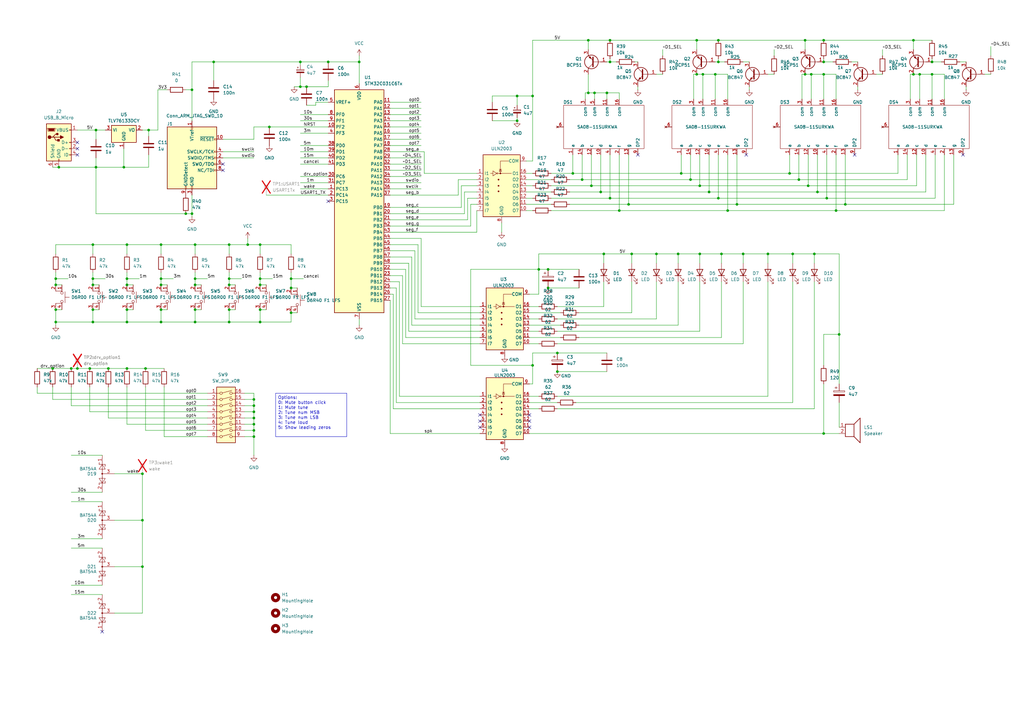
<source format=kicad_sch>
(kicad_sch (version 20250114) (generator "eeschema") (generator_version "9.0")
  (paper "A3")
  (title_block (title "Child-friendly Countdown Timer") (date "2025-09-30") (rev "v1.1"))
  (text_box "Options:\n0: Mute button click\n1: Mute tune\n2: Tune num MSB\n3: Tune num LSB\n4: Tune loud\n5: Show leading zeros\n" (at 113.03 161.29 0) (size 29.21 17.78) (margins 0.9525 0.9525 0.9525 0.9525) (effects (font (size 1.27 1.27)) (justify left top)))
  (junction (at 325.12 104.14))
  (junction (at 218.44 149.86))
  (junction (at 224.79 110.49))
  (junction (at 119.38 128.27))
  (junction (at 31.75 151.13))
  (junction (at 58.42 213.36))
  (junction (at 250.19 16.51))
  (junction (at 337.82 16.51))
  (junction (at 66.04 100.33))
  (junction (at 22.86 114.3))
  (junction (at 314.96 104.14))
  (junction (at 295.91 104.14))
  (junction (at 241.3 16.51))
  (junction (at 254 86.36))
  (junction (at 220.98 110.49))
  (junction (at 52.07 114.3))
  (junction (at 334.01 104.14))
  (junction (at 288.29 30.48))
  (junction (at 106.68 114.3))
  (junction (at 66.04 114.3))
  (junction (at 330.2 30.48))
  (junction (at 80.01 116.84))
  (junction (at 39.37 53.34))
  (junction (at 58.42 232.41))
  (junction (at 241.3 38.1))
  (junction (at 269.24 104.14))
  (junction (at 66.04 116.84))
  (junction (at 22.86 132.08))
  (junction (at 248.92 38.1))
  (junction (at 257.81 83.82))
  (junction (at 212.09 49.53))
  (junction (at 52.07 116.84))
  (junction (at 24.13 68.58))
  (junction (at 382.27 30.48))
  (junction (at 304.8 104.14))
  (junction (at 104.14 163.83))
  (junction (at 44.45 151.13))
  (junction (at 110.49 52.07))
  (junction (at 104.14 179.07))
  (junction (at 283.21 73.66))
  (junction (at 38.1 127))
  (junction (at 327.66 73.66))
  (junction (at 101.6 100.33))
  (junction (at 93.98 132.08))
  (junction (at 302.26 83.82))
  (junction (at 119.38 114.3))
  (junction (at 80.01 132.08))
  (junction (at 38.1 132.08))
  (junction (at 294.64 25.4))
  (junction (at 247.65 104.14))
  (junction (at 323.85 71.12))
  (junction (at 58.42 194.31))
  (junction (at 80.01 127))
  (junction (at 234.95 71.12))
  (junction (at 298.45 86.36))
  (junction (at 250.19 81.28))
  (junction (at 238.76 73.66))
  (junction (at 147.32 25.4))
  (junction (at 59.69 151.13))
  (junction (at 344.17 137.16))
  (junction (at 22.86 116.84))
  (junction (at 382.27 25.4))
  (junction (at 104.14 176.53))
  (junction (at 278.13 104.14))
  (junction (at 337.82 25.4))
  (junction (at 93.98 116.84))
  (junction (at 287.02 104.14))
  (junction (at 78.74 87.63))
  (junction (at 29.21 151.13))
  (junction (at 374.65 30.48))
  (junction (at 342.9 86.36))
  (junction (at 66.04 132.08))
  (junction (at 52.07 127))
  (junction (at 38.1 100.33))
  (junction (at 228.6 152.4))
  (junction (at 123.19 25.4))
  (junction (at 294.64 16.51))
  (junction (at 224.79 118.11))
  (junction (at 106.68 116.84))
  (junction (at 52.07 100.33))
  (junction (at 104.14 171.45))
  (junction (at 93.98 127))
  (junction (at 346.71 83.82))
  (junction (at 339.09 81.28))
  (junction (at 242.57 76.2))
  (junction (at 287.02 76.2))
  (junction (at 337.82 30.48))
  (junction (at 279.4 71.12))
  (junction (at 218.44 39.37))
  (junction (at 39.37 68.58))
  (junction (at 66.04 127))
  (junction (at 374.65 16.51))
  (junction (at 259.08 104.14))
  (junction (at 104.14 173.99))
  (junction (at 106.68 127))
  (junction (at 246.38 78.74))
  (junction (at 106.68 100.33))
  (junction (at 123.19 35.56))
  (junction (at 93.98 100.33))
  (junction (at 285.75 16.51))
  (junction (at 36.83 151.13))
  (junction (at 331.47 76.2))
  (junction (at 38.1 116.84))
  (junction (at 38.1 114.3))
  (junction (at 80.01 100.33))
  (junction (at 22.86 127))
  (junction (at 228.6 144.78))
  (junction (at 119.38 118.11))
  (junction (at 50.8 68.58))
  (junction (at 52.07 132.08))
  (junction (at 87.63 25.4))
  (junction (at 243.84 38.1))
  (junction (at 330.2 16.51))
  (junction (at 21.59 151.13))
  (junction (at 52.07 151.13))
  (junction (at 337.82 177.8))
  (junction (at 293.37 30.48))
  (junction (at 80.01 114.3))
  (junction (at 294.64 81.28))
  (junction (at 104.14 168.91))
  (junction (at 290.83 78.74))
  (junction (at 104.14 166.37))
  (junction (at 250.19 25.4))
  (junction (at 78.74 36.83))
  (junction (at 76.2 87.63))
  (junction (at 285.75 30.48))
  (junction (at 377.19 30.48))
  (junction (at 106.68 132.08))
  (junction (at 332.74 30.48))
  (junction (at 125.73 35.56))
  (junction (at 134.62 25.4))
  (junction (at 60.96 53.34))
  (junction (at 212.09 39.37))
  (junction (at 335.28 78.74))
  (junction (at 93.98 114.3))
  (no_connect (at 196.85 172.72))
  (no_connect (at 31.75 60.96))
  (no_connect (at 394.97 63.5))
  (no_connect (at 261.62 63.5))
  (no_connect (at 31.75 63.5))
  (no_connect (at 91.44 67.31))
  (no_connect (at 134.62 82.55))
  (no_connect (at 217.17 172.72))
  (no_connect (at 217.17 170.18))
  (no_connect (at 350.52 63.5))
  (no_connect (at 306.07 63.5))
  (no_connect (at 217.17 175.26))
  (no_connect (at 31.75 58.42))
  (no_connect (at 41.91 259.08))
  (no_connect (at 196.85 175.26))
  (no_connect (at 196.85 170.18))
  (no_connect (at 91.44 69.85))
  (wire (pts (xy 66.04 100.33) (xy 66.04 104.14)))
  (wire (pts (xy 393.7 25.4) (xy 396.24 25.4)))
  (wire (pts (xy 302.26 83.82) (xy 302.26 63.5)))
  (wire (pts (xy 382.27 25.4) (xy 386.08 25.4)))
  (wire (pts (xy 189.23 76.2) (xy 189.23 85.09)))
  (wire (pts (xy 226.06 86.36) (xy 254 86.36)))
  (wire (pts (xy 52.07 116.84) (xy 54.61 116.84)))
  (wire (pts (xy 217.17 162.56) (xy 220.98 162.56)))
  (wire (pts (xy 334.01 107.95) (xy 334.01 104.14)))
  (wire (pts (xy 195.58 83.82) (xy 193.04 83.82)))
  (wire (pts (xy 29.21 158.75) (xy 29.21 166.37)))
  (wire (pts (xy 167.64 135.89) (xy 167.64 107.95)))
  (wire (pts (xy 123.19 64.77) (xy 134.62 64.77)))
  (wire (pts (xy 22.86 132.08) (xy 38.1 132.08)))
  (wire (pts (xy 191.77 81.28) (xy 191.77 90.17)))
  (wire (pts (xy 125.73 35.56) (xy 123.19 35.56)))
  (wire (pts (xy 257.81 83.82) (xy 302.26 83.82)))
  (wire (pts (xy 80.01 111.76) (xy 80.01 114.3)))
  (wire (pts (xy 325.12 104.14) (xy 325.12 107.95)))
  (wire (pts (xy 36.83 151.13) (xy 44.45 151.13)))
  (wire (pts (xy 80.01 100.33) (xy 93.98 100.33)))
  (wire (pts (xy 335.28 78.74) (xy 335.28 63.5)))
  (wire (pts (xy 119.38 100.33) (xy 119.38 104.14)))
  (wire (pts (xy 187.96 80.01) (xy 160.02 80.01)))
  (wire (pts (xy 129.54 41.91) (xy 129.54 43.18)))
  (wire (pts (xy 104.14 52.07) (xy 104.14 57.15)))
  (wire (pts (xy 78.74 87.63) (xy 78.74 80.01)))
  (wire (pts (xy 196.85 165.1) (xy 162.56 165.1)))
  (wire (pts (xy 314.96 162.56) (xy 228.6 162.56)))
  (wire (pts (xy 396.24 35.56) (xy 396.24 36.83)))
  (wire (pts (xy 119.38 114.3) (xy 124.46 114.3)))
  (wire (pts (xy 22.86 114.3) (xy 27.94 114.3)))
  (wire (pts (xy 123.19 25.4) (xy 134.62 25.4)))
  (wire (pts (xy 344.17 165.1) (xy 344.17 175.26)))
  (wire (pts (xy 220.98 110.49) (xy 193.04 110.49)))
  (wire (pts (xy 294.64 16.51) (xy 330.2 16.51)))
  (wire (pts (xy 337.82 149.86) (xy 337.82 137.16)))
  (wire (pts (xy 325.12 104.14) (xy 314.96 104.14)))
  (wire (pts (xy 106.68 100.33) (xy 119.38 100.33)))
  (wire (pts (xy 46.99 251.46) (xy 58.42 251.46)))
  (wire (pts (xy 372.11 73.66) (xy 372.11 63.5)))
  (wire (pts (xy 80.01 100.33) (xy 66.04 100.33)))
  (wire (pts (xy 119.38 111.76) (xy 119.38 114.3)))
  (wire (pts (xy 93.98 116.84) (xy 96.52 116.84)))
  (wire (pts (xy 278.13 115.57) (xy 278.13 133.35)))
  (wire (pts (xy 259.08 128.27) (xy 237.49 128.27)))
  (wire (pts (xy 24.13 68.58) (xy 39.37 68.58)))
  (wire (pts (xy 52.07 151.13) (xy 59.69 151.13)))
  (wire (pts (xy 406.4 19.05) (xy 406.4 22.86)))
  (wire (pts (xy 22.86 116.84) (xy 25.4 116.84)))
  (wire (pts (xy 238.76 73.66) (xy 283.21 73.66)))
  (wire (pts (xy 58.42 194.31) (xy 58.42 213.36)))
  (wire (pts (xy 247.65 115.57) (xy 247.65 125.73)))
  (wire (pts (xy 100.33 173.99) (xy 104.14 173.99)))
  (wire (pts (xy 373.38 30.48) (xy 374.65 30.48)))
  (wire (pts (xy 162.56 118.11) (xy 160.02 118.11)))
  (wire (pts (xy 339.09 81.28) (xy 339.09 63.5)))
  (wire (pts (xy 243.84 38.1) (xy 243.84 40.64)))
  (wire (pts (xy 39.37 87.63) (xy 76.2 87.63)))
  (wire (pts (xy 36.83 158.75) (xy 36.83 168.91)))
  (wire (pts (xy 39.37 53.34) (xy 39.37 57.15)))
  (wire (pts (xy 342.9 30.48) (xy 342.9 40.64)))
  (wire (pts (xy 332.74 30.48) (xy 332.74 40.64)))
  (wire (pts (xy 331.47 76.2) (xy 375.92 76.2)))
  (wire (pts (xy 39.37 53.34) (xy 43.18 53.34)))
  (wire (pts (xy 241.3 16.51) (xy 250.19 16.51)))
  (wire (pts (xy 201.93 39.37) (xy 212.09 39.37)))
  (wire (pts (xy 224.79 118.11) (xy 237.49 118.11)))
  (wire (pts (xy 160.02 67.31) (xy 172.72 67.31)))
  (wire (pts (xy 171.45 100.33) (xy 160.02 100.33)))
  (wire (pts (xy 46.99 232.41) (xy 58.42 232.41)))
  (wire (pts (xy 383.54 81.28) (xy 383.54 63.5)))
  (wire (pts (xy 22.86 132.08) (xy 22.86 133.35)))
  (wire (pts (xy 160.02 41.91) (xy 172.72 41.91)))
  (wire (pts (xy 167.64 107.95) (xy 160.02 107.95)))
  (wire (pts (xy 254 38.1) (xy 254 40.64)))
  (wire (pts (xy 76.2 36.83) (xy 78.74 36.83)))
  (wire (pts (xy 104.14 176.53) (xy 104.14 179.07)))
  (wire (pts (xy 217.17 140.97) (xy 220.98 140.97)))
  (wire (pts (xy 242.57 63.5) (xy 242.57 76.2)))
  (wire (pts (xy 196.85 130.81) (xy 170.18 130.81)))
  (wire (pts (xy 201.93 49.53) (xy 212.09 49.53)))
  (wire (pts (xy 195.58 86.36) (xy 195.58 95.25)))
  (wire (pts (xy 288.29 30.48) (xy 288.29 40.64)))
  (wire (pts (xy 335.28 78.74) (xy 379.73 78.74)))
  (wire (pts (xy 224.79 110.49) (xy 237.49 110.49)))
  (wire (pts (xy 166.37 138.43) (xy 166.37 110.49)))
  (wire (pts (xy 60.96 55.88) (xy 60.96 53.34)))
  (wire (pts (xy 349.25 25.4) (xy 351.79 25.4)))
  (wire (pts (xy 215.9 86.36) (xy 218.44 86.36)))
  (wire (pts (xy 215.9 66.04) (xy 218.44 66.04)))
  (wire (pts (xy 160.02 110.49) (xy 166.37 110.49)))
  (wire (pts (xy 218.44 144.78) (xy 228.6 144.78)))
  (wire (pts (xy 59.69 158.75) (xy 59.69 176.53)))
  (wire (pts (xy 38.1 116.84) (xy 40.64 116.84)))
  (wire (pts (xy 44.45 158.75) (xy 44.45 171.45)))
  (wire (pts (xy 110.49 52.07) (xy 134.62 52.07)))
  (wire (pts (xy 314.96 104.14) (xy 314.96 107.95)))
  (wire (pts (xy 375.92 76.2) (xy 375.92 63.5)))
  (wire (pts (xy 161.29 167.64) (xy 161.29 120.65)))
  (wire (pts (xy 44.45 151.13) (xy 52.07 151.13)))
  (wire (pts (xy 346.71 83.82) (xy 346.71 63.5)))
  (wire (pts (xy 123.19 62.23) (xy 134.62 62.23)))
  (wire (pts (xy 196.85 128.27) (xy 171.45 128.27)))
  (wire (pts (xy 193.04 83.82) (xy 193.04 92.71)))
  (wire (pts (xy 104.14 179.07) (xy 104.14 186.69)))
  (wire (pts (xy 104.14 171.45) (xy 104.14 173.99)))
  (wire (pts (xy 212.09 49.53) (xy 212.09 48.26)))
  (wire (pts (xy 259.08 104.14) (xy 269.24 104.14)))
  (wire (pts (xy 331.47 76.2) (xy 331.47 63.5)))
  (wire (pts (xy 21.59 158.75) (xy 21.59 163.83)))
  (wire (pts (xy 38.1 114.3) (xy 43.18 114.3)))
  (wire (pts (xy 78.74 25.4) (xy 87.63 25.4)))
  (wire (pts (xy 119.38 128.27) (xy 121.92 128.27)))
  (wire (pts (xy 38.1 132.08) (xy 52.07 132.08)))
  (wire (pts (xy 38.1 114.3) (xy 38.1 116.84)))
  (wire (pts (xy 163.83 162.56) (xy 163.83 115.57)))
  (wire (pts (xy 218.44 149.86) (xy 218.44 157.48)))
  (wire (pts (xy 100.33 163.83) (xy 104.14 163.83)))
  (wire (pts (xy 374.65 20.32) (xy 374.65 16.51)))
  (wire (pts (xy 234.95 71.12) (xy 279.4 71.12)))
  (wire (pts (xy 240.03 40.64) (xy 240.03 38.1)))
  (wire (pts (xy 67.31 158.75) (xy 67.31 179.07)))
  (wire (pts (xy 134.62 41.91) (xy 129.54 41.91)))
  (wire (pts (xy 59.69 151.13) (xy 67.31 151.13)))
  (wire (pts (xy 215.9 76.2) (xy 218.44 76.2)))
  (wire (pts (xy 52.07 114.3) (xy 52.07 116.84)))
  (wire (pts (xy 217.17 177.8) (xy 337.82 177.8)))
  (wire (pts (xy 46.99 194.31) (xy 58.42 194.31)))
  (wire (pts (xy 160.02 52.07) (xy 172.72 52.07)))
  (wire (pts (xy 104.14 168.91) (xy 104.14 171.45)))
  (wire (pts (xy 104.14 166.37) (xy 104.14 168.91)))
  (wire (pts (xy 22.86 127) (xy 22.86 132.08)))
  (wire (pts (xy 36.83 168.91) (xy 85.09 168.91)))
  (wire (pts (xy 218.44 39.37) (xy 218.44 16.51)))
  (wire (pts (xy 220.98 104.14) (xy 220.98 110.49)))
  (wire (pts (xy 205.74 91.44) (xy 205.74 95.25)))
  (wire (pts (xy 285.75 20.32) (xy 285.75 16.51)))
  (wire (pts (xy 106.68 111.76) (xy 106.68 114.3)))
  (wire (pts (xy 228.6 152.4) (xy 248.92 152.4)))
  (wire (pts (xy 196.85 167.64) (xy 161.29 167.64)))
  (wire (pts (xy 161.29 120.65) (xy 160.02 120.65)))
  (wire (pts (xy 250.19 24.13) (xy 250.19 25.4)))
  (wire (pts (xy 64.77 36.83) (xy 68.58 36.83)))
  (wire (pts (xy 325.12 115.57) (xy 325.12 165.1)))
  (wire (pts (xy 382.27 30.48) (xy 387.35 30.48)))
  (wire (pts (xy 374.65 16.51) (xy 382.27 16.51)))
  (wire (pts (xy 403.86 30.48) (xy 406.4 30.48)))
  (wire (pts (xy 193.04 110.49) (xy 193.04 149.86)))
  (wire (pts (xy 334.01 115.57) (xy 334.01 167.64)))
  (wire (pts (xy 240.03 38.1) (xy 241.3 38.1)))
  (wire (pts (xy 243.84 38.1) (xy 248.92 38.1)))
  (wire (pts (xy 337.82 30.48) (xy 337.82 40.64)))
  (wire (pts (xy 250.19 25.4) (xy 252.73 25.4)))
  (wire (pts (xy 91.44 62.23) (xy 104.14 62.23)))
  (wire (pts (xy 29.21 224.79) (xy 41.91 224.79)))
  (wire (pts (xy 250.19 81.28) (xy 226.06 81.28)))
  (wire (pts (xy 22.86 111.76) (xy 22.86 114.3)))
  (wire (pts (xy 123.19 77.47) (xy 134.62 77.47)))
  (wire (pts (xy 294.64 81.28) (xy 294.64 63.5)))
  (wire (pts (xy 359.41 30.48) (xy 361.95 30.48)))
  (wire (pts (xy 160.02 74.93) (xy 172.72 74.93)))
  (wire (pts (xy 93.98 127) (xy 93.98 132.08)))
  (wire (pts (xy 351.79 35.56) (xy 351.79 36.83)))
  (wire (pts (xy 160.02 57.15) (xy 172.72 57.15)))
  (wire (pts (xy 22.86 127) (xy 25.4 127)))
  (wire (pts (xy 279.4 71.12) (xy 279.4 63.5)))
  (wire (pts (xy 215.9 81.28) (xy 218.44 81.28)))
  (wire (pts (xy 368.3 71.12) (xy 368.3 63.5)))
  (wire (pts (xy 295.91 104.14) (xy 295.91 107.95)))
  (wire (pts (xy 93.98 127) (xy 96.52 127)))
  (wire (pts (xy 52.07 127) (xy 52.07 132.08)))
  (wire (pts (xy 66.04 127) (xy 68.58 127)))
  (wire (pts (xy 87.63 25.4) (xy 123.19 25.4)))
  (wire (pts (xy 147.32 130.81) (xy 147.32 133.35)))
  (wire (pts (xy 304.8 140.97) (xy 228.6 140.97)))
  (wire (pts (xy 91.44 64.77) (xy 104.14 64.77)))
  (wire (pts (xy 173.99 71.12) (xy 195.58 71.12)))
  (wire (pts (xy 337.82 25.4) (xy 341.63 25.4)))
  (wire (pts (xy 196.85 138.43) (xy 166.37 138.43)))
  (wire (pts (xy 31.75 151.13) (xy 36.83 151.13)))
  (wire (pts (xy 160.02 54.61) (xy 172.72 54.61)))
  (wire (pts (xy 38.1 127) (xy 38.1 132.08)))
  (wire (pts (xy 215.9 78.74) (xy 226.06 78.74)))
  (wire (pts (xy 284.48 30.48) (xy 285.75 30.48)))
  (wire (pts (xy 323.85 71.12) (xy 323.85 63.5)))
  (wire (pts (xy 50.8 60.96) (xy 50.8 68.58)))
  (wire (pts (xy 330.2 20.32) (xy 330.2 16.51)))
  (wire (pts (xy 119.38 118.11) (xy 121.92 118.11)))
  (wire (pts (xy 168.91 133.35) (xy 168.91 105.41)))
  (wire (pts (xy 29.21 243.84) (xy 41.91 243.84)))
  (wire (pts (xy 50.8 68.58) (xy 60.96 68.58)))
  (wire (pts (xy 330.2 30.48) (xy 332.74 30.48)))
  (wire (pts (xy 58.42 232.41) (xy 58.42 251.46)))
  (wire (pts (xy 217.17 130.81) (xy 220.98 130.81)))
  (wire (pts (xy 247.65 104.14) (xy 247.65 107.95)))
  (wire (pts (xy 168.91 105.41) (xy 160.02 105.41)))
  (wire (pts (xy 100.33 176.53) (xy 104.14 176.53)))
  (wire (pts (xy 234.95 63.5) (xy 234.95 71.12)))
  (wire (pts (xy 38.1 127) (xy 40.64 127)))
  (wire (pts (xy 66.04 116.84) (xy 68.58 116.84)))
  (wire (pts (xy 328.93 30.48) (xy 330.2 30.48)))
  (wire (pts (xy 294.64 25.4) (xy 297.18 25.4)))
  (wire (pts (xy 317.5 20.32) (xy 317.5 22.86)))
  (wire (pts (xy 254 63.5) (xy 254 86.36)))
  (wire (pts (xy 377.19 30.48) (xy 382.27 30.48)))
  (wire (pts (xy 100.33 168.91) (xy 104.14 168.91)))
  (wire (pts (xy 29.21 186.69) (xy 41.91 186.69)))
  (wire (pts (xy 189.23 85.09) (xy 160.02 85.09)))
  (wire (pts (xy 287.02 104.14) (xy 278.13 104.14)))
  (wire (pts (xy 59.69 176.53) (xy 85.09 176.53)))
  (wire (pts (xy 314.96 115.57) (xy 314.96 162.56)))
  (wire (pts (xy 298.45 30.48) (xy 298.45 40.64)))
  (wire (pts (xy 160.02 177.8) (xy 160.02 123.19)))
  (wire (pts (xy 106.68 116.84) (xy 109.22 116.84)))
  (wire (pts (xy 160.02 72.39) (xy 172.72 72.39)))
  (wire (pts (xy 78.74 88.9) (xy 78.74 87.63)))
  (wire (pts (xy 314.96 104.14) (xy 304.8 104.14)))
  (wire (pts (xy 106.68 114.3) (xy 111.76 114.3)))
  (wire (pts (xy 170.18 130.81) (xy 170.18 102.87)))
  (wire (pts (xy 104.14 161.29) (xy 104.14 163.83)))
  (wire (pts (xy 78.74 25.4) (xy 78.74 36.83)))
  (wire (pts (xy 346.71 83.82) (xy 391.16 83.82)))
  (wire (pts (xy 254 86.36) (xy 298.45 86.36)))
  (wire (pts (xy 160.02 49.53) (xy 172.72 49.53)))
  (wire (pts (xy 190.5 87.63) (xy 160.02 87.63)))
  (wire (pts (xy 195.58 76.2) (xy 189.23 76.2)))
  (wire (pts (xy 29.21 166.37) (xy 85.09 166.37)))
  (wire (pts (xy 123.19 49.53) (xy 134.62 49.53)))
  (wire (pts (xy 215.9 73.66) (xy 226.06 73.66)))
  (wire (pts (xy 58.42 53.34) (xy 60.96 53.34)))
  (wire (pts (xy 52.07 100.33) (xy 66.04 100.33)))
  (wire (pts (xy 80.01 127) (xy 82.55 127)))
  (wire (pts (xy 147.32 25.4) (xy 147.32 34.29)))
  (wire (pts (xy 21.59 68.58) (xy 24.13 68.58)))
  (wire (pts (xy 93.98 111.76) (xy 93.98 114.3)))
  (wire (pts (xy 217.17 138.43) (xy 229.87 138.43)))
  (wire (pts (xy 123.19 31.75) (xy 123.19 35.56)))
  (wire (pts (xy 337.82 24.13) (xy 337.82 25.4)))
  (wire (pts (xy 119.38 132.08) (xy 119.38 128.27)))
  (wire (pts (xy 80.01 114.3) (xy 85.09 114.3)))
  (wire (pts (xy 52.07 100.33) (xy 38.1 100.33)))
  (wire (pts (xy 29.21 201.93) (xy 41.91 201.93)))
  (wire (pts (xy 212.09 43.18) (xy 212.09 39.37)))
  (wire (pts (xy 101.6 100.33) (xy 106.68 100.33)))
  (wire (pts (xy 196.85 162.56) (xy 163.83 162.56)))
  (wire (pts (xy 269.24 104.14) (xy 278.13 104.14)))
  (wire (pts (xy 217.17 167.64) (xy 220.98 167.64)))
  (wire (pts (xy 269.24 130.81) (xy 228.6 130.81)))
  (wire (pts (xy 327.66 73.66) (xy 372.11 73.66)))
  (wire (pts (xy 165.1 140.97) (xy 165.1 113.03)))
  (wire (pts (xy 106.68 127) (xy 106.68 132.08)))
  (wire (pts (xy 248.92 25.4) (xy 250.19 25.4)))
  (wire (pts (xy 80.01 100.33) (xy 80.01 104.14)))
  (wire (pts (xy 283.21 73.66) (xy 327.66 73.66)))
  (wire (pts (xy 339.09 81.28) (xy 383.54 81.28)))
  (wire (pts (xy 261.62 36.83) (xy 261.62 35.56)))
  (wire (pts (xy 100.33 161.29) (xy 104.14 161.29)))
  (wire (pts (xy 66.04 114.3) (xy 66.04 116.84)))
  (wire (pts (xy 38.1 100.33) (xy 38.1 104.14)))
  (wire (pts (xy 93.98 114.3) (xy 99.06 114.3)))
  (wire (pts (xy 337.82 30.48) (xy 342.9 30.48)))
  (wire (pts (xy 302.26 83.82) (xy 346.71 83.82)))
  (wire (pts (xy 160.02 77.47) (xy 172.72 77.47)))
  (wire (pts (xy 66.04 132.08) (xy 80.01 132.08)))
  (wire (pts (xy 38.1 111.76) (xy 38.1 114.3)))
  (wire (pts (xy 129.54 43.18) (xy 125.73 43.18)))
  (wire (pts (xy 287.02 76.2) (xy 331.47 76.2)))
  (wire (pts (xy 195.58 95.25) (xy 160.02 95.25)))
  (wire (pts (xy 304.8 115.57) (xy 304.8 140.97)))
  (wire (pts (xy 328.93 40.64) (xy 328.93 30.48)))
  (wire (pts (xy 342.9 86.36) (xy 387.35 86.36)))
  (wire (pts (xy 123.19 26.67) (xy 123.19 25.4)))
  (wire (pts (xy 269.24 104.14) (xy 269.24 107.95)))
  (wire (pts (xy 173.99 71.12) (xy 173.99 62.23)))
  (wire (pts (xy 66.04 114.3) (xy 71.12 114.3)))
  (wire (pts (xy 76.2 87.63) (xy 78.74 87.63)))
  (wire (pts (xy 52.07 100.33) (xy 52.07 104.14)))
  (wire (pts (xy 119.38 114.3) (xy 119.38 118.11)))
  (wire (pts (xy 332.74 30.48) (xy 337.82 30.48)))
  (wire (pts (xy 220.98 120.65) (xy 220.98 110.49)))
  (wire (pts (xy 337.82 137.16) (xy 344.17 137.16)))
  (wire (pts (xy 172.72 125.73) (xy 172.72 97.79)))
  (wire (pts (xy 304.8 104.14) (xy 295.91 104.14)))
  (wire (pts (xy 228.6 144.78) (xy 248.92 144.78)))
  (wire (pts (xy 284.48 40.64) (xy 284.48 30.48)))
  (wire (pts (xy 201.93 41.91) (xy 201.93 39.37)))
  (wire (pts (xy 247.65 104.14) (xy 220.98 104.14)))
  (wire (pts (xy 241.3 20.32) (xy 241.3 16.51)))
  (wire (pts (xy 287.02 104.14) (xy 287.02 107.95)))
  (wire (pts (xy 195.58 73.66) (xy 187.96 73.66)))
  (wire (pts (xy 80.01 132.08) (xy 93.98 132.08)))
  (wire (pts (xy 170.18 102.87) (xy 160.02 102.87)))
  (wire (pts (xy 160.02 115.57) (xy 163.83 115.57)))
  (wire (pts (xy 238.76 63.5) (xy 238.76 73.66)))
  (wire (pts (xy 217.17 128.27) (xy 229.87 128.27)))
  (wire (pts (xy 295.91 115.57) (xy 295.91 138.43)))
  (wire (pts (xy 285.75 30.48) (xy 288.29 30.48)))
  (wire (pts (xy 196.85 125.73) (xy 172.72 125.73)))
  (wire (pts (xy 187.96 73.66) (xy 187.96 80.01)))
  (wire (pts (xy 44.45 171.45) (xy 85.09 171.45)))
  (wire (pts (xy 337.82 177.8) (xy 344.17 177.8)))
  (wire (pts (xy 250.19 16.51) (xy 285.75 16.51)))
  (wire (pts (xy 160.02 62.23) (xy 173.99 62.23)))
  (wire (pts (xy 21.59 163.83) (xy 85.09 163.83)))
  (wire (pts (xy 337.82 157.48) (xy 337.82 177.8)))
  (wire (pts (xy 104.14 163.83) (xy 104.14 166.37)))
  (wire (pts (xy 330.2 16.51) (xy 337.82 16.51)))
  (wire (pts (xy 15.24 161.29) (xy 85.09 161.29)))
  (wire (pts (xy 241.3 38.1) (xy 241.3 30.48)))
  (wire (pts (xy 190.5 78.74) (xy 190.5 87.63)))
  (wire (pts (xy 93.98 100.33) (xy 101.6 100.33)))
  (wire (pts (xy 342.9 63.5) (xy 342.9 86.36)))
  (wire (pts (xy 327.66 73.66) (xy 327.66 63.5)))
  (wire (pts (xy 361.95 20.32) (xy 361.95 22.86)))
  (wire (pts (xy 379.73 78.74) (xy 379.73 63.5)))
  (wire (pts (xy 248.92 38.1) (xy 254 38.1)))
  (wire (pts (xy 93.98 114.3) (xy 93.98 116.84)))
  (wire (pts (xy 171.45 128.27) (xy 171.45 100.33)))
  (wire (pts (xy 125.73 35.56) (xy 134.62 35.56)))
  (wire (pts (xy 39.37 64.77) (xy 39.37 68.58)))
  (wire (pts (xy 29.21 220.98) (xy 41.91 220.98)))
  (wire (pts (xy 87.63 25.4) (xy 87.63 33.02)))
  (wire (pts (xy 15.24 151.13) (xy 21.59 151.13)))
  (wire (pts (xy 334.01 104.14) (xy 325.12 104.14)))
  (wire (pts (xy 215.9 71.12) (xy 218.44 71.12)))
  (wire (pts (xy 104.14 52.07) (xy 110.49 52.07)))
  (wire (pts (xy 67.31 179.07) (xy 85.09 179.07)))
  (wire (pts (xy 217.17 120.65) (xy 220.98 120.65)))
  (wire (pts (xy 293.37 30.48) (xy 298.45 30.48)))
  (wire (pts (xy 191.77 90.17) (xy 160.02 90.17)))
  (wire (pts (xy 160.02 44.45) (xy 172.72 44.45)))
  (wire (pts (xy 123.19 59.69) (xy 134.62 59.69)))
  (wire (pts (xy 278.13 133.35) (xy 237.49 133.35)))
  (wire (pts (xy 387.35 30.48) (xy 387.35 40.64)))
  (wire (pts (xy 218.44 16.51) (xy 241.3 16.51)))
  (wire (pts (xy 147.32 22.86) (xy 147.32 25.4)))
  (wire (pts (xy 218.44 144.78) (xy 218.44 149.86)))
  (wire (pts (xy 193.04 149.86) (xy 218.44 149.86)))
  (wire (pts (xy 287.02 76.2) (xy 287.02 63.5)))
  (wire (pts (xy 58.42 213.36) (xy 58.42 232.41)))
  (wire (pts (xy 29.21 205.74) (xy 41.91 205.74)))
  (wire (pts (xy 31.75 53.34) (xy 39.37 53.34)))
  (wire (pts (xy 250.19 63.5) (xy 250.19 81.28)))
  (wire (pts (xy 304.8 104.14) (xy 304.8 107.95)))
  (wire (pts (xy 344.17 137.16) (xy 344.17 157.48)))
  (wire (pts (xy 64.77 36.83) (xy 64.77 53.34)))
  (wire (pts (xy 290.83 78.74) (xy 335.28 78.74)))
  (wire (pts (xy 298.45 86.36) (xy 342.9 86.36)))
  (wire (pts (xy 60.96 53.34) (xy 64.77 53.34)))
  (wire (pts (xy 391.16 63.5) (xy 391.16 83.82)))
  (wire (pts (xy 285.75 16.51) (xy 294.64 16.51)))
  (wire (pts (xy 52.07 132.08) (xy 66.04 132.08)))
  (wire (pts (xy 304.8 25.4) (xy 307.34 25.4)))
  (wire (pts (xy 287.02 135.89) (xy 228.6 135.89)))
  (wire (pts (xy 217.17 135.89) (xy 220.98 135.89)))
  (wire (pts (xy 160.02 69.85) (xy 172.72 69.85)))
  (wire (pts (xy 257.81 63.5) (xy 257.81 83.82)))
  (wire (pts (xy 80.01 114.3) (xy 80.01 116.84)))
  (wire (pts (xy 298.45 63.5) (xy 298.45 86.36)))
  (wire (pts (xy 196.85 135.89) (xy 167.64 135.89)))
  (wire (pts (xy 100.33 179.07) (xy 104.14 179.07)))
  (wire (pts (xy 22.86 114.3) (xy 22.86 116.84)))
  (wire (pts (xy 100.33 166.37) (xy 104.14 166.37)))
  (wire (pts (xy 259.08 104.14) (xy 259.08 107.95)))
  (wire (pts (xy 22.86 100.33) (xy 22.86 104.14)))
  (wire (pts (xy 38.1 100.33) (xy 22.86 100.33)))
  (wire (pts (xy 196.85 133.35) (xy 168.91 133.35)))
  (wire (pts (xy 21.59 151.13) (xy 29.21 151.13)))
  (wire (pts (xy 293.37 30.48) (xy 293.37 40.64)))
  (wire (pts (xy 247.65 125.73) (xy 228.6 125.73)))
  (wire (pts (xy 334.01 167.64) (xy 228.6 167.64)))
  (wire (pts (xy 295.91 138.43) (xy 237.49 138.43)))
  (wire (pts (xy 134.62 33.02) (xy 134.62 35.56)))
  (wire (pts (xy 279.4 71.12) (xy 323.85 71.12)))
  (wire (pts (xy 93.98 132.08) (xy 106.68 132.08)))
  (wire (pts (xy 238.76 73.66) (xy 233.68 73.66)))
  (wire (pts (xy 160.02 59.69) (xy 172.72 59.69)))
  (wire (pts (xy 294.64 81.28) (xy 339.09 81.28)))
  (wire (pts (xy 246.38 63.5) (xy 246.38 78.74)))
  (wire (pts (xy 215.9 83.82) (xy 226.06 83.82)))
  (wire (pts (xy 287.02 115.57) (xy 287.02 135.89)))
  (wire (pts (xy 344.17 104.14) (xy 344.17 137.16)))
  (wire (pts (xy 39.37 68.58) (xy 39.37 87.63)))
  (wire (pts (xy 307.34 35.56) (xy 307.34 36.83)))
  (wire (pts (xy 66.04 111.76) (xy 66.04 114.3)))
  (wire (pts (xy 80.01 116.84) (xy 82.55 116.84)))
  (wire (pts (xy 218.44 66.04) (xy 218.44 39.37)))
  (wire (pts (xy 52.07 111.76) (xy 52.07 114.3)))
  (wire (pts (xy 39.37 68.58) (xy 50.8 68.58)))
  (wire (pts (xy 242.57 76.2) (xy 287.02 76.2)))
  (wire (pts (xy 226.06 71.12) (xy 234.95 71.12)))
  (wire (pts (xy 373.38 40.64) (xy 373.38 30.48)))
  (wire (pts (xy 241.3 38.1) (xy 243.84 38.1)))
  (wire (pts (xy 120.65 35.56) (xy 123.19 35.56)))
  (wire (pts (xy 217.17 165.1) (xy 228.6 165.1)))
  (wire (pts (xy 66.04 127) (xy 66.04 132.08)))
  (wire (pts (xy 217.17 133.35) (xy 229.87 133.35)))
  (wire (pts (xy 250.19 81.28) (xy 294.64 81.28)))
  (wire (pts (xy 278.13 104.14) (xy 278.13 107.95)))
  (wire (pts (xy 106.68 114.3) (xy 106.68 116.84)))
  (wire (pts (xy 123.19 54.61) (xy 134.62 54.61)))
  (wire (pts (xy 123.19 46.99) (xy 134.62 46.99)))
  (wire (pts (xy 246.38 78.74) (xy 290.83 78.74)))
  (wire (pts (xy 52.07 158.75) (xy 52.07 173.99)))
  (wire (pts (xy 283.21 73.66) (xy 283.21 63.5)))
  (wire (pts (xy 52.07 173.99) (xy 85.09 173.99)))
  (wire (pts (xy 160.02 46.99) (xy 172.72 46.99)))
  (wire (pts (xy 52.07 114.3) (xy 57.15 114.3)))
  (wire (pts (xy 193.04 92.71) (xy 160.02 92.71)))
  (wire (pts (xy 334.01 104.14) (xy 344.17 104.14)))
  (wire (pts (xy 337.82 16.51) (xy 374.65 16.51)))
  (wire (pts (xy 212.09 39.37) (xy 218.44 39.37)))
  (wire (pts (xy 109.22 80.01) (xy 134.62 80.01)))
  (wire (pts (xy 217.17 125.73) (xy 220.98 125.73)))
  (wire (pts (xy 162.56 165.1) (xy 162.56 118.11)))
  (wire (pts (xy 15.24 158.75) (xy 15.24 161.29)))
  (wire (pts (xy 46.99 213.36) (xy 58.42 213.36)))
  (wire (pts (xy 382.27 30.48) (xy 382.27 40.64)))
  (wire (pts (xy 290.83 78.74) (xy 290.83 63.5)))
  (wire (pts (xy 123.19 67.31) (xy 134.62 67.31)))
  (wire (pts (xy 260.35 25.4) (xy 261.62 25.4)))
  (wire (pts (xy 314.96 30.48) (xy 317.5 30.48)))
  (wire (pts (xy 196.85 177.8) (xy 160.02 177.8)))
  (wire (pts (xy 106.68 132.08) (xy 119.38 132.08)))
  (wire (pts (xy 382.27 24.13) (xy 382.27 25.4)))
  (wire (pts (xy 377.19 30.48) (xy 377.19 40.64)))
  (wire (pts (xy 323.85 71.12) (xy 368.3 71.12)))
  (wire (pts (xy 93.98 100.33) (xy 93.98 104.14)))
  (wire (pts (xy 246.38 78.74) (xy 233.68 78.74)))
  (wire (pts (xy 91.44 57.15) (xy 104.14 57.15)))
  (wire (pts (xy 78.74 36.83) (xy 78.74 49.53)))
  (wire (pts (xy 80.01 127) (xy 80.01 132.08)))
  (wire (pts (xy 195.58 78.74) (xy 190.5 78.74)))
  (wire (pts (xy 100.33 171.45) (xy 104.14 171.45)))
  (wire (pts (xy 293.37 25.4) (xy 294.64 25.4)))
  (wire (pts (xy 134.62 25.4) (xy 147.32 25.4)))
  (wire (pts (xy 123.19 72.39) (xy 134.62 72.39)))
  (wire (pts (xy 160.02 64.77) (xy 172.72 64.77)))
  (wire (pts (xy 29.21 240.03) (xy 41.91 240.03)))
  (wire (pts (xy 172.72 97.79) (xy 160.02 97.79)))
  (wire (pts (xy 106.68 100.33) (xy 106.68 104.14)))
  (wire (pts (xy 220.98 110.49) (xy 224.79 110.49)))
  (wire (pts (xy 60.96 63.5) (xy 60.96 68.58)))
  (wire (pts (xy 218.44 157.48) (xy 217.17 157.48)))
  (wire (pts (xy 104.14 173.99) (xy 104.14 176.53)))
  (wire (pts (xy 294.64 24.13) (xy 294.64 25.4)))
  (wire (pts (xy 242.57 76.2) (xy 226.06 76.2)))
  (wire (pts (xy 195.58 81.28) (xy 191.77 81.28)))
  (wire (pts (xy 325.12 165.1) (xy 236.22 165.1)))
  (wire (pts (xy 233.68 83.82) (xy 257.81 83.82)))
  (wire (pts (xy 259.08 115.57) (xy 259.08 128.27)))
  (wire (pts (xy 269.24 115.57) (xy 269.24 130.81)))
  (wire (pts (xy 196.85 140.97) (xy 165.1 140.97)))
  (wire (pts (xy 123.19 74.93) (xy 134.62 74.93)))
  (wire (pts (xy 295.91 104.14) (xy 287.02 104.14)))
  (wire (pts (xy 259.08 104.14) (xy 247.65 104.14)))
  (wire (pts (xy 269.24 30.48) (xy 271.78 30.48)))
  (wire (pts (xy 52.07 127) (xy 54.61 127)))
  (wire (pts (xy 165.1 113.03) (xy 160.02 113.03)))
  (wire (pts (xy 387.35 63.5) (xy 387.35 86.36)))
  (wire (pts (xy 248.92 38.1) (xy 248.92 40.64)))
  (wire (pts (xy 374.65 30.48) (xy 377.19 30.48)))
  (wire (pts (xy 106.68 127) (xy 109.22 127)))
  (wire (pts (xy 29.21 151.13) (xy 31.75 151.13)))
  (wire (pts (xy 101.6 97.79) (xy 101.6 100.33)))
  (wire (pts (xy 271.78 20.32) (xy 271.78 22.86)))
  (wire (pts (xy 288.29 30.48) (xy 293.37 30.48)))
  (label "opt3" (at 76.2 168.91 0))
  (label "seg_f" (at 166.37 95.25 0))
  (label "wake" (at 52.07 194.31 0))
  (label "10m" (at 124.46 62.23 0))
  (label "30s" (at 31.75 201.93 0))
  (label "opt7" (at 76.2 179.07 0))
  (label "USART1_TX" (at 123.19 80.01 0))
  (label "opt0" (at 76.2 161.29 0))
  (label "15m" (at 30.48 243.84 0))
  (label "NRST" (at 124.46 52.07 0))
  (label "5V" (at 35.56 53.34 0))
  (label "seg_d" (at 166.37 87.63 0))
  (label "1m" (at 31.75 205.74 0))
  (label "seg_e" (at 166.37 90.17 0))
  (label "opt4" (at 76.2 171.45 0))
  (label "~D2_SEL" (at 317.5 20.32 0))
  (label "seg_a" (at 166.37 62.23 0))
  (label "opt4" (at 167.64 52.07 0))
  (label "~D4_SEL" (at 406.4 19.05 0))
  (label "10m" (at 30.48 240.03 0))
  (label "wake" (at 124.46 77.47 0))
  (label "seg_g" (at 166.37 92.71 0))
  (label "15m" (at 111.76 114.3 0))
  (label "swdio" (at 166.37 74.93 0))
  (label "5V" (at 254 104.14 0))
  (label "drv_option" (at 124.46 72.39 0))
  (label "seg_b" (at 166.37 80.01 0))
  (label "drv_option" (at 16.51 151.13 0))
  (label "opt3" (at 167.64 49.53 0))
  (label "30s" (at 43.18 114.3 0))
  (label "1m" (at 57.15 114.3 0))
  (label "5m" (at 85.09 114.3 0))
  (label "5m" (at 124.46 59.69 0))
  (label "opt0" (at 167.64 41.91 0))
  (label "opt1" (at 76.2 163.83 0))
  (label "opt7" (at 167.64 59.69 0))
  (label "opt2" (at 76.2 166.37 0))
  (label "5m" (at 31.75 224.79 0))
  (label "swclk" (at 99.06 62.23 0))
  (label "opt6" (at 167.64 57.15 0))
  (label "spk" (at 173.99 177.8 0))
  (label "10m" (at 99.06 114.3 0))
  (label "swdio" (at 99.06 64.77 0))
  (label "seg_c" (at 166.37 85.09 0))
  (label "cancel" (at 124.46 114.3 0))
  (label "3m" (at 31.75 220.98 0))
  (label "30s" (at 124.46 49.53 0))
  (label "10s" (at 124.46 46.99 0))
  (label "~D1_SEL" (at 165.1 67.31 0))
  (label "~D3_SEL" (at 165.1 72.39 0))
  (label "opt1" (at 167.64 44.45 0))
  (label "3V3" (at 64.77 36.83 0))
  (label "5V" (at 227.33 16.51 0))
  (label "3m" (at 71.12 114.3 0))
  (label "~D3_SEL" (at 361.95 20.32 0))
  (label "opt5" (at 76.2 173.99 0))
  (label "15m" (at 124.46 64.77 0))
  (label "~D1_SEL" (at 271.78 20.32 0))
  (label "swclk" (at 166.37 77.47 0))
  (label "~D2_SEL" (at 165.1 69.85 0))
  (label "3m" (at 124.46 54.61 0))
  (label "cancel" (at 124.46 67.31 0))
  (label "opt2" (at 167.64 46.99 0))
  (label "~D4_SEL" (at 165.1 64.77 0))
  (label "opt5" (at 167.64 54.61 0))
  (label "10s" (at 27.94 114.3 0))
  (label "opt6" (at 76.2 176.53 0))
  (label "10s" (at 31.75 186.69 0))
  (label "1m" (at 125.73 74.93 0))
  (symbol (lib_id "Device:R") (at 233.68 133.35 90) (unit 1)
    (property "Reference" "R31" (at 233.68 127 90))
    (property "Value" "62" (at 233.68 129.54 90))
    (property "Footprint" "Resistor_SMD:R_0805_2012Metric" (effects (hide yes)))
    (property "Description" "Resistor" (effects (hide yes)))
    (property "LCSC" "C17557" (effects (hide yes)))
  )
  (symbol (lib_id "Transistor_BJT:BCP51") (at 377.19 25.4 180) (unit 1)
    (property "Reference" "Q4" (at 372.11 24.1299 0) (effects (justify left)))
    (property "Value" "BCP51" (at 372.11 26.6699 0) (effects (justify left)))
    (property "Footprint" "Package_TO_SOT_SMD:SOT-223-3_TabPin2" (effects (hide yes)))
    (property "Datasheet" "https://www.onsemi.com/pub/Collateral/BCP51-D.pdf" (effects (hide yes)))
    (property "Description" "1A Ic, 45V Vce, PNP Medium Power Transistor, SOT-223" (effects (hide yes)))
    (property "LCSC" "C41375111" (effects (hide yes)))
  )
  (symbol (lib_id "Device:R") (at 52.07 154.94 0) (unit 1)
    (property "Reference" "R14" (at 54.61 153.6699 0) (effects (justify left)))
    (property "Value" "47k" (at 54.61 156.2099 0) (effects (justify left)))
    (property "Footprint" "Resistor_SMD:R_0805_2012Metric" (effects (hide yes)))
    (property "Description" "Resistor" (effects (hide yes)))
    (property "LCSC" "C17713" (effects (hide yes)))
  )
  (symbol (lib_id "Device:R") (at 76.2 83.82 0) (unit 1)
    (property "Reference" "R40" (at 78.74 82.5499 0) (effects (justify left)))
    (property "Value" "47k" (at 78.74 85.0899 0) (effects (justify left)))
    (property "Footprint" "Resistor_SMD:R_0805_2012Metric" (effects (hide yes)))
    (property "Description" "Resistor" (effects (hide yes)))
    (property "LCSC" "C17713" (effects (hide yes)))
  )
  (symbol (lib_id "power:GND") (at 87.63 40.64 0) (unit 1)
    (property "Reference" "#PWR019" (effects (hide yes)))
    (property "Value" "GND" (at 87.63 45.72 0))
    (property "Description" "Power symbol creates a global label with name \"GND\" , ground" (effects (hide yes)))
  )
  (symbol (lib_id "Transistor_BJT:BC847") (at 309.88 30.48 0) (mirror y) (unit 1)
    (property "Reference" "Q6" (at 304.8 29.2099 0) (effects (justify left)))
    (property "Value" "BC847" (at 304.8 31.7499 0) (effects (justify left)))
    (property "Footprint" "Package_TO_SOT_SMD:SOT-323_SC-70" (effects (hide yes)))
    (property "Datasheet" "http://www.infineon.com/dgdl/Infineon-BC847SERIES_BC848SERIES_BC849SERIES_BC850SERIES-DS-v01_01-en.pdf?fileId=db3a304314dca389011541d4630a1657" (effects (hide yes)))
    (property "Description" "0.1A Ic, 45V Vce, NPN Transistor, SOT-23" (effects (hide yes)))
    (property "LCSC" "C8659" (effects (hide yes)))
  )
  (symbol (lib_id "Device:R") (at 232.41 165.1 90) (unit 1)
    (property "Reference" "R36" (at 232.41 158.75 90))
    (property "Value" "62" (at 232.41 161.29 90))
    (property "Footprint" "Resistor_SMD:R_0805_2012Metric" (effects (hide yes)))
    (property "Description" "Resistor" (effects (hide yes)))
    (property "LCSC" "C17557" (effects (hide yes)))
  )
  (symbol (lib_id "Device:C") (at 125.73 39.37 0) (unit 1)
    (property "Reference" "C7" (at 129.54 38.0999 0) (effects (justify left)))
    (property "Value" "100n" (at 129.54 40.6399 0) (effects (justify left)))
    (property "Footprint" "Capacitor_SMD:C_0805_2012Metric" (effects (hide yes)))
    (property "Description" "Unpolarized capacitor" (effects (hide yes)))
    (property "LCSC" "C49678" (effects (hide yes)))
  )
  (symbol (lib_id "Device:R") (at 345.44 25.4 90) (unit 1)
    (property "Reference" "R26" (at 345.948 23.368 90))
    (property "Value" "1k" (at 344.678 27.686 90))
    (property "Footprint" "Resistor_SMD:R_0805_2012Metric" (effects (hide yes)))
    (property "Description" "Resistor" (effects (hide yes)))
    (property "LCSC" "C17513" (effects (hide yes)))
  )
  (symbol (lib_id "Device:C") (at 248.92 148.59 0) (unit 1)
    (property "Reference" "C8" (at 252.73 147.3199 0) (effects (justify left)))
    (property "Value" "100n" (at 252.73 149.8599 0) (effects (justify left)))
    (property "Footprint" "Capacitor_SMD:C_0805_2012Metric" (effects (hide yes)))
    (property "Description" "Unpolarized capacitor" (effects (hide yes)))
    (property "LCSC" "C49678" (effects (hide yes)))
  )
  (symbol (lib_id "Device:R") (at 66.04 107.95 0) (unit 1)
    (property "Reference" "R4" (at 68.58 106.6799 0) (effects (justify left)))
    (property "Value" "47k" (at 68.58 109.2199 0) (effects (justify left)))
    (property "Footprint" "Resistor_SMD:R_0805_2012Metric" (effects (hide yes)))
    (property "Description" "Resistor" (effects (hide yes)))
    (property "LCSC" "C17713" (effects (hide yes)))
  )
  (symbol (lib_id "timer_library:SA08_7_Segment") (at 335.28 52.07 0) (unit 1)
    (property "Reference" "DS3" (at 323.85 41.91 0) (effects (justify right)))
    (property "Value" "SA08-11SURKWA" (at 342.138 52.07 0) (effects (justify right)))
    (property "Footprint" "timer_footprints:SA08-11SURKWA" (effects (hide yes)))
    (property "Datasheet" "https://docs.rs-online.com/03e1/0900766b813dd202.pdf" (effects (hide yes)))
    (property "LCSC" "DNP" (effects (hide yes)))
  )
  (symbol (lib_id "power:+3V0") (at 147.32 22.86 0) (unit 1)
    (property "Reference" "#PWR03" (effects (hide yes)))
    (property "Value" "VCC" (at 147.32 17.78 0))
    (property "Description" "Power symbol creates a global label with name \"+3V0\"" (effects (hide yes)))
  )
  (symbol (lib_id "power:GND") (at 228.6 152.4 0) (unit 1)
    (property "Reference" "#PWR014" (effects (hide yes)))
    (property "Value" "GND" (at 232.156 154.178 0))
    (property "Description" "Power symbol creates a global label with name \"GND\" , ground" (effects (hide yes)))
  )
  (symbol (lib_id "Transistor_BJT:BCP51") (at 332.74 25.4 180) (unit 1)
    (property "Reference" "Q3" (at 327.66 24.1299 0) (effects (justify left)))
    (property "Value" "BCP51" (at 327.66 26.6699 0) (effects (justify left)))
    (property "Footprint" "Package_TO_SOT_SMD:SOT-223-3_TabPin2" (effects (hide yes)))
    (property "Datasheet" "https://www.onsemi.com/pub/Collateral/BCP51-D.pdf" (effects (hide yes)))
    (property "Description" "1A Ic, 45V Vce, PNP Medium Power Transistor, SOT-223" (effects (hide yes)))
    (property "LCSC" "C41375111" (effects (hide yes)))
  )
  (symbol (lib_id "power:GND") (at 224.79 118.11 0) (unit 1)
    (property "Reference" "#PWR013" (effects (hide yes)))
    (property "Value" "GND" (at 224.79 123.19 0))
    (property "Description" "Power symbol creates a global label with name \"GND\" , ground" (effects (hide yes)))
  )
  (symbol (lib_id "power:GND") (at 78.74 88.9 0) (unit 1)
    (property "Reference" "#PWR07" (effects (hide yes)))
    (property "Value" "GND" (at 78.74 93.98 0))
    (property "Description" "Power symbol creates a global label with name \"GND\" , ground" (effects (hide yes)))
  )
  (symbol (lib_id "power:GND") (at 147.32 133.35 0) (unit 1)
    (property "Reference" "#PWR04" (effects (hide yes)))
    (property "Value" "GND" (at 147.32 138.43 0))
    (property "Description" "Power symbol creates a global label with name \"GND\" , ground" (effects (hide yes)))
  )
  (symbol (lib_id "Device:C_Polarized") (at 228.6 148.59 0) (unit 1)
    (property "Reference" "C3" (at 232.41 146.4309 0) (effects (justify left)))
    (property "Value" "4u7" (at 232.41 148.9709 0) (effects (justify left)))
    (property "Footprint" "Capacitor_SMD:CP_Elec_4x5.4" (effects (hide yes)))
    (property "Datasheet" "https://www.mouser.co.uk/datasheet/2/447/KEM_A4001_EDK-3316599.pdf" (effects (hide yes)))
    (property "Description" "Polarized capacitor" (effects (hide yes)))
    (property "LCSC" "C59949" (effects (hide yes)))
  )
  (symbol (lib_id "Transistor_BJT:BCP51") (at 288.29 25.4 180) (unit 1)
    (property "Reference" "Q2" (at 283.21 24.1299 0) (effects (justify left)))
    (property "Value" "BCP51" (at 283.21 26.6699 0) (effects (justify left)))
    (property "Footprint" "Package_TO_SOT_SMD:SOT-223-3_TabPin2" (effects (hide yes)))
    (property "Datasheet" "https://www.onsemi.com/pub/Collateral/BCP51-D.pdf" (effects (hide yes)))
    (property "Description" "1A Ic, 45V Vce, PNP Medium Power Transistor, SOT-223" (effects (hide yes)))
    (property "LCSC" "C41375111" (effects (hide yes)))
  )
  (symbol (lib_id "Device:C") (at 60.96 59.69 0) (unit 1)
    (property "Reference" "C11" (at 64.77 58.4199 0) (effects (justify left)))
    (property "Value" "1u" (at 64.77 60.9599 0) (effects (justify left)))
    (property "Footprint" "Capacitor_SMD:C_0805_2012Metric" (effects (hide yes)))
    (property "Description" "Unpolarized capacitor X7R" (effects (hide yes)))
    (property "LCSC" "C24123" (effects (hide yes)))
  )
  (symbol (lib_id "Device:R") (at 250.19 20.32 0) (unit 1)
    (property "Reference" "R39" (at 252.73 19.0499 0) (effects (justify left)))
    (property "Value" "10k" (at 252.73 21.5899 0) (effects (justify left)))
    (property "Footprint" "Resistor_SMD:R_0805_2012Metric" (effects (hide yes)))
    (property "Description" "Resistor" (effects (hide yes)))
    (property "LCSC" "C17414" (effects (hide yes)))
  )
  (symbol (lib_id "power:GND") (at 396.24 36.83 0) (unit 1)
    (property "Reference" "#PWR017" (effects (hide yes)))
    (property "Value" "GND" (at 396.24 41.91 0))
    (property "Description" "Power symbol creates a global label with name \"GND\" , ground" (effects (hide yes)))
  )
  (symbol (lib_id "Device:LED") (at 247.65 111.76 90) (unit 1)
    (property "Reference" "D1" (at 251.46 112.0774 90) (effects (justify right)))
    (property "Value" "LED" (at 251.46 114.6174 90) (effects (justify right)))
    (property "Footprint" "LED_THT:LED_D5.0mm_FlatTop" (effects (hide yes)))
    (property "Datasheet" "https://docs.rs-online.com/7201/0900766b814a9f7a.pdf" (effects (hide yes)))
    (property "Description" "Light emitting diode" (effects (hide yes)))
    (property "Sim.Pins" "1=K 2=A" (effects (hide yes)))
    (property "LCSC" "DNP" (effects (hide yes)))
  )
  (symbol (lib_id "Diode:BAT54AW") (at 41.91 232.41 90) (unit 1)
    (property "Reference" "D21" (at 39.624 232.41 90) (effects (justify left)))
    (property "Value" "BAT54A" (at 39.624 234.442 90) (effects (justify left)))
    (property "Footprint" "Package_TO_SOT_SMD:SOT-323_SC-70" (effects (hide yes)))
    (property "Datasheet" "https://assets.nexperia.com/documents/data-sheet/BAT54W_SER.pdf" (effects (hide yes)))
    (property "Description" "Dual schottky barrier diode, common anode, SOT-323" (effects (hide yes)))
    (property "LCSC" " C77317 " (effects (hide yes)))
  )
  (symbol (lib_id "Switch:SW_MEC_5E") (at 66.04 121.92 270) (unit 1)
    (property "Reference" "SW4" (at 72.39 119.3799 90) (effects (justify left)))
    (property "Value" "D6R00 F1 LFS" (at 72.39 121.9199 90) (effects (justify left)))
    (property "Footprint" "timer_footprints:CK_D6" (effects (hide yes)))
    (property "Datasheet" "http://www.apem.com/int/index.php?controller=attachment&id_attachment=1371" (effects (hide yes)))
    (property "Description" "MEC 5E single pole normally-open tactile switch" (effects (hide yes)))
    (property "LCSC" "C221608" (effects (hide yes)))
  )
  (symbol (lib_id "Device:R") (at 224.79 167.64 90) (unit 1)
    (property "Reference" "R37" (at 224.79 161.29 90))
    (property "Value" "62" (at 224.79 163.83 90))
    (property "Footprint" "Resistor_SMD:R_0805_2012Metric" (effects (hide yes)))
    (property "Description" "Resistor" (effects (hide yes)))
    (property "LCSC" "C17557" (effects (hide yes)))
  )
  (symbol (lib_id "Connector:USB_B_Micro") (at 24.13 58.42 0) (unit 1)
    (property "Reference" "J2" (at 24.13 45.72 0))
    (property "Value" "USB_B_Micro" (at 24.13 48.26 0))
    (property "Footprint" "Connector_USB:USB_Micro-B_Amphenol_10118194-0001LF_Horizontal" (effects (hide yes)))
    (property "Description" "USB Micro Type B connector" (effects (hide yes)))
    (property "LCSC" "C132563" (effects (hide yes)))
  )
  (symbol (lib_id "Device:LED") (at 295.91 111.76 90) (unit 1)
    (property "Reference" "D6" (at 299.72 112.0774 90) (effects (justify right)))
    (property "Value" "LED" (at 299.72 114.6174 90) (effects (justify right)))
    (property "Footprint" "LED_THT:LED_D5.0mm_FlatTop" (effects (hide yes)))
    (property "Datasheet" "https://docs.rs-online.com/7201/0900766b814a9f7a.pdf" (effects (hide yes)))
    (property "Description" "Light emitting diode" (effects (hide yes)))
    (property "Sim.Pins" "1=K 2=A" (effects (hide yes)))
    (property "LCSC" "DNP" (effects (hide yes)))
  )
  (symbol (lib_id "Switch:SW_DIP_x08") (at 92.71 171.45 0) (unit 1)
    (property "Reference" "SW9" (at 91.44 153.67 0))
    (property "Value" "SW_DIP_x08" (at 92.71 156.21 0))
    (property "Footprint" "Package_DIP:DIP-16_W7.62mm" (effects (hide yes)))
    (property "Description" "8x DIP Switch, Single Pole Single Throw (SPST) switch, small symbol" (effects (hide yes)))
    (property "LCSC" "C108707" (effects (hide yes)))
  )
  (symbol (lib_id "Connector:TestPoint") (at 31.75 151.13 0) (unit 1) (dnp yes)
    (property "Reference" "TP2:drv_option1" (at 34.29 146.5579 0) (effects (justify left)))
    (property "Value" "drv_option" (at 34.29 149.0979 0) (effects (justify left)))
    (property "Footprint" "TestPoint:TestPoint_Pad_D1.5mm" (effects (hide yes)))
    (property "Description" "test point" (effects (hide yes)))
    (property "LCSC" "DNP" (effects (hide yes)))
  )
  (symbol (lib_id "Device:R") (at 294.64 20.32 0) (unit 1)
    (property "Reference" "R43" (at 297.18 19.0499 0) (effects (justify left)))
    (property "Value" "10k" (at 297.18 21.5899 0) (effects (justify left)))
    (property "Footprint" "Resistor_SMD:R_0805_2012Metric" (effects (hide yes)))
    (property "Description" "Resistor" (effects (hide yes)))
    (property "LCSC" "C17414" (effects (hide yes)))
  )
  (symbol (lib_id "Device:R") (at 256.54 25.4 90) (unit 1)
    (property "Reference" "R24" (at 258.064 23.368 90))
    (property "Value" "1k" (at 254.254 27.686 90))
    (property "Footprint" "Resistor_SMD:R_0805_2012Metric" (effects (hide yes)))
    (property "Description" "Resistor" (effects (hide yes)))
    (property "LCSC" "C17513" (effects (hide yes)))
  )
  (symbol (lib_id "Device:C_Polarized_Small") (at 123.19 29.21 0) (unit 1)
    (property "Reference" "C4" (at 125.73 27.3938 0) (effects (justify left)))
    (property "Value" "4u7" (at 125.73 29.9338 0) (effects (justify left)))
    (property "Footprint" "Capacitor_SMD:CP_Elec_4x5.4" (effects (hide yes)))
    (property "Datasheet" "https://www.mouser.co.uk/datasheet/2/447/KEM_A4001_EDK-3316599.pdf" (effects (hide yes)))
    (property "Description" "Polarized capacitor, small symbol" (effects (hide yes)))
    (property "LCSC" "C59949" (effects (hide yes)))
  )
  (symbol (lib_id "Transistor_Array:ULN2003") (at 207.01 167.64 0) (unit 1)
    (property "Reference" "U4" (at 207.01 151.892 0))
    (property "Value" "ULN2003" (at 207.01 153.924 0))
    (property "Footprint" "Package_SO:SOIC-16_3.9x9.9mm_P1.27mm" (effects (hide yes)))
    (property "Datasheet" "http://www.ti.com/lit/ds/symlink/uln2003a.pdf" (effects (hide yes)))
    (property "Description" "High Voltage, High Current Darlington Transistor Arrays, SOIC16/SOIC16W/DIP16/TSSOP16" (effects (hide yes)))
    (property "LCSC" "C7512" (effects (hide yes)))
  )
  (symbol (lib_id "power:GND") (at 120.65 35.56 0) (unit 1)
    (property "Reference" "#PWR015" (effects (hide yes)))
    (property "Value" "GND" (at 120.65 40.64 0))
    (property "Description" "Power symbol creates a global label with name \"GND\" , ground" (effects (hide yes)))
  )
  (symbol (lib_id "power:GND") (at 207.01 146.05 0) (unit 1)
    (property "Reference" "#PWR010" (effects (hide yes)))
    (property "Value" "GND" (at 210.82 147.574 0))
    (property "Description" "Power symbol creates a global label with name \"GND\" , ground" (effects (hide yes)))
  )
  (symbol (lib_id "Device:R") (at 224.79 130.81 90) (unit 1)
    (property "Reference" "R30" (at 224.79 124.46 90))
    (property "Value" "62" (at 224.79 127 90))
    (property "Footprint" "Resistor_SMD:R_0805_2012Metric" (effects (hide yes)))
    (property "Description" "Resistor" (effects (hide yes)))
    (property "LCSC" "C17557" (effects (hide yes)))
  )
  (symbol (lib_id "Device:R") (at 222.25 86.36 90) (unit 1)
    (property "Reference" "R23" (at 222.25 80.01 90))
    (property "Value" "47" (at 222.25 82.55 90))
    (property "Footprint" "Resistor_SMD:R_0805_2012Metric" (effects (hide yes)))
    (property "Description" "Resistor" (effects (hide yes)))
    (property "LCSC" "C17714" (effects (hide yes)))
  )
  (symbol (lib_id "Transistor_BJT:BC847") (at 354.33 30.48 0) (mirror y) (unit 1)
    (property "Reference" "Q7" (at 349.25 29.2099 0) (effects (justify left)))
    (property "Value" "BC847" (at 349.25 31.7499 0) (effects (justify left)))
    (property "Footprint" "Package_TO_SOT_SMD:SOT-323_SC-70" (effects (hide yes)))
    (property "Datasheet" "http://www.infineon.com/dgdl/Infineon-BC847SERIES_BC848SERIES_BC849SERIES_BC850SERIES-DS-v01_01-en.pdf?fileId=db3a304314dca389011541d4630a1657" (effects (hide yes)))
    (property "Description" "0.1A Ic, 45V Vce, NPN Transistor, SOT-23" (effects (hide yes)))
    (property "LCSC" "C8659" (effects (hide yes)))
  )
  (symbol (lib_id "Connector:TestPoint") (at 109.22 80.01 0) (unit 1) (dnp yes)
    (property "Reference" "TP1:USART1" (at 111.76 75.4379 0) (effects (justify left)))
    (property "Value" "USART1Tx" (at 111.76 77.9779 0) (effects (justify left)))
    (property "Footprint" "TestPoint:TestPoint_Pad_D1.5mm" (effects (hide yes)))
    (property "Description" "test point" (effects (hide yes)))
    (property "LCSC" "DNP" (effects (hide yes)))
  )
  (symbol (lib_id "Device:C") (at 201.93 45.72 0) (unit 1)
    (property "Reference" "C5" (at 205.74 44.4499 0) (effects (justify left)))
    (property "Value" "100n" (at 205.74 46.9899 0) (effects (justify left)))
    (property "Footprint" "Capacitor_SMD:C_0805_2012Metric" (effects (hide yes)))
    (property "Description" "Unpolarized capacitor" (effects (hide yes)))
    (property "LCSC" "C49678" (effects (hide yes)))
  )
  (symbol (lib_id "power:GND") (at 212.09 49.53 0) (unit 1)
    (property "Reference" "#PWR012" (effects (hide yes)))
    (property "Value" "GND" (at 212.09 54.61 0))
    (property "Description" "Power symbol creates a global label with name \"GND\" , ground" (effects (hide yes)))
  )
  (symbol (lib_id "Device:C") (at 39.37 60.96 0) (unit 1)
    (property "Reference" "C10" (at 43.18 59.6899 0) (effects (justify left)))
    (property "Value" "1u" (at 43.18 62.2299 0) (effects (justify left)))
    (property "Footprint" "Capacitor_SMD:C_0805_2012Metric" (effects (hide yes)))
    (property "Description" "Unpolarized capacitor X7R" (effects (hide yes)))
    (property "LCSC" "C24123" (effects (hide yes)))
  )
  (symbol (lib_id "Device:LED") (at 278.13 111.76 90) (unit 1)
    (property "Reference" "D4" (at 281.94 112.0774 90) (effects (justify right)))
    (property "Value" "LED" (at 281.94 114.6174 90) (effects (justify right)))
    (property "Footprint" "LED_THT:LED_D5.0mm_FlatTop" (effects (hide yes)))
    (property "Datasheet" "https://docs.rs-online.com/7201/0900766b814a9f7a.pdf" (effects (hide yes)))
    (property "Description" "Light emitting diode" (effects (hide yes)))
    (property "Sim.Pins" "1=K 2=A" (effects (hide yes)))
    (property "LCSC" "DNP" (effects (hide yes)))
  )
  (symbol (lib_id "Device:C") (at 110.49 55.88 0) (unit 1)
    (property "Reference" "C12" (at 114.3 54.6099 0) (effects (justify left)))
    (property "Value" "100n" (at 114.3 57.1499 0) (effects (justify left)))
    (property "Footprint" "Capacitor_SMD:C_0805_2012Metric" (effects (hide yes)))
    (property "Description" "Unpolarized capacitor" (effects (hide yes)))
    (property "LCSC" "C49678" (effects (hide yes)))
  )
  (symbol (lib_id "Switch:SW_MEC_5E") (at 119.38 123.19 270) (unit 1)
    (property "Reference" "SW8" (at 125.73 120.6499 90) (effects (justify left)))
    (property "Value" "D6R40 F1 LFS" (at 125.73 123.1899 90) (effects (justify left)))
    (property "Footprint" "timer_footprints:CK_D6" (effects (hide yes)))
    (property "Datasheet" "http://www.apem.com/int/index.php?controller=attachment&id_attachment=1371" (effects (hide yes)))
    (property "Description" "MEC 5E single pole normally-open tactile switch" (effects (hide yes)))
    (property "LCSC" "C668538" (effects (hide yes)))
  )
  (symbol (lib_id "Device:R") (at 21.59 154.94 0) (unit 1)
    (property "Reference" "R10" (at 24.13 153.6699 0) (effects (justify left)))
    (property "Value" "47k" (at 24.13 156.2099 0) (effects (justify left)))
    (property "Footprint" "Resistor_SMD:R_0805_2012Metric" (effects (hide yes)))
    (property "Description" "Resistor" (effects (hide yes)))
    (property "LCSC" "C17713" (effects (hide yes)))
  )
  (symbol (lib_id "Transistor_Array:ULN2003") (at 207.01 130.81 0) (unit 1)
    (property "Reference" "U3" (at 206.502 114.554 0))
    (property "Value" "ULN2003" (at 206.502 117.094 0))
    (property "Footprint" "Package_SO:SOIC-16_3.9x9.9mm_P1.27mm" (effects (hide yes)))
    (property "Datasheet" "http://www.ti.com/lit/ds/symlink/uln2003a.pdf" (effects (hide yes)))
    (property "Description" "High Voltage, High Current Darlington Transistor Arrays, SOIC16/SOIC16W/DIP16/TSSOP16" (effects (hide yes)))
    (property "LCSC" "C7512" (effects (hide yes)))
  )
  (symbol (lib_id "Device:LED") (at 287.02 111.76 90) (unit 1)
    (property "Reference" "D5" (at 290.83 112.0774 90) (effects (justify right)))
    (property "Value" "LED" (at 290.83 114.6174 90) (effects (justify right)))
    (property "Footprint" "LED_THT:LED_D5.0mm_FlatTop" (effects (hide yes)))
    (property "Datasheet" "https://docs.rs-online.com/7201/0900766b814a9f7a.pdf" (effects (hide yes)))
    (property "Description" "Light emitting diode" (effects (hide yes)))
    (property "Sim.Pins" "1=K 2=A" (effects (hide yes)))
    (property "LCSC" "DNP" (effects (hide yes)))
  )
  (symbol (lib_id "Device:R") (at 36.83 154.94 0) (unit 1)
    (property "Reference" "R12" (at 39.37 153.6699 0) (effects (justify left)))
    (property "Value" "47k" (at 39.37 156.2099 0) (effects (justify left)))
    (property "Footprint" "Resistor_SMD:R_0805_2012Metric" (effects (hide yes)))
    (property "Description" "Resistor" (effects (hide yes)))
    (property "LCSC" "C17713" (effects (hide yes)))
  )
  (symbol (lib_id "MCU_ST_STM32C0:STM32C031C6Tx") (at 147.32 82.55 0) (unit 1)
    (property "Reference" "U1" (at 149.4633 31.75 0) (effects (justify left)))
    (property "Value" "STM32C031C6Tx" (at 149.4633 34.29 0) (effects (justify left)))
    (property "Footprint" "Package_QFP:LQFP-48_7x7mm_P0.5mm" (effects (hide yes)))
    (property "Datasheet" "https://www.st.com/resource/en/datasheet/stm32c031c6.pdf" (effects (hide yes)))
    (property "Description" "STMicroelectronics Arm Cortex-M0+ MCU, 32KB flash, 12KB RAM, 48 MHz, 2.0-3.6V, 45 GPIO, LQFP48" (effects (hide yes)))
    (property "LCSC" "C5456218" (effects (hide yes)))
  )
  (symbol (lib_id "Device:C_Polarized") (at 224.79 114.3 0) (unit 1)
    (property "Reference" "C2" (at 228.6 112.1409 0) (effects (justify left)))
    (property "Value" "4u7" (at 228.6 114.6809 0) (effects (justify left)))
    (property "Footprint" "Capacitor_SMD:CP_Elec_4x5.4" (effects (hide yes)))
    (property "Datasheet" "https://www.mouser.co.uk/datasheet/2/447/KEM_A4001_EDK-3316599.pdf" (effects (hide yes)))
    (property "Description" "Polarized capacitor" (effects (hide yes)))
    (property "LCSC" "C59949" (effects (hide yes)))
  )
  (symbol (lib_id "power:GND") (at 205.74 95.25 0) (unit 1)
    (property "Reference" "#PWR09" (effects (hide yes)))
    (property "Value" "GND" (at 205.74 100.33 0))
    (property "Description" "Power symbol creates a global label with name \"GND\" , ground" (effects (hide yes)))
  )
  (symbol (lib_id "Device:R") (at 224.79 162.56 90) (unit 1)
    (property "Reference" "R35" (at 224.79 156.21 90))
    (property "Value" "62" (at 224.79 158.75 90))
    (property "Footprint" "Resistor_SMD:R_0805_2012Metric" (effects (hide yes)))
    (property "Description" "Resistor" (effects (hide yes)))
    (property "LCSC" "C17557" (effects (hide yes)))
  )
  (symbol (lib_id "Device:R") (at 224.79 125.73 90) (unit 1)
    (property "Reference" "R28" (at 224.79 119.38 90))
    (property "Value" "220" (at 224.79 121.92 90))
    (property "Footprint" "Resistor_SMD:R_0805_2012Metric" (effects (hide yes)))
    (property "Description" "Resistor" (effects (hide yes)))
    (property "LCSC" "C17557" (effects (hide yes)))
  )
  (symbol (lib_id "Diode:BAT54AW") (at 41.91 213.36 90) (mirror x) (unit 1)
    (property "Reference" "D20" (at 39.624 213.36 90) (effects (justify left)))
    (property "Value" "BAT54A" (at 39.624 211.328 90) (effects (justify left)))
    (property "Footprint" "Package_TO_SOT_SMD:SOT-323_SC-70" (effects (hide yes)))
    (property "Datasheet" "https://assets.nexperia.com/documents/data-sheet/BAT54W_SER.pdf" (effects (hide yes)))
    (property "Description" "Dual schottky barrier diode, common anode, SOT-323" (effects (hide yes)))
    (property "LCSC" " C77317 " (effects (hide yes)))
  )
  (symbol (lib_id "Device:LED") (at 269.24 111.76 90) (unit 1)
    (property "Reference" "D3" (at 273.05 112.0774 90) (effects (justify right)))
    (property "Value" "LED" (at 273.05 114.6174 90) (effects (justify right)))
    (property "Footprint" "LED_THT:LED_D5.0mm_FlatTop" (effects (hide yes)))
    (property "Datasheet" "https://docs.rs-online.com/7201/0900766b814a9f7a.pdf" (effects (hide yes)))
    (property "Description" "Light emitting diode" (effects (hide yes)))
    (property "Sim.Pins" "1=K 2=A" (effects (hide yes)))
    (property "LCSC" "DNP" (effects (hide yes)))
  )
  (symbol (lib_id "Switch:SW_MEC_5E") (at 22.86 121.92 270) (unit 1)
    (property "Reference" "SW1" (at 29.21 119.3799 90) (effects (justify left)))
    (property "Value" "D6R00 F1 LFS" (at 29.21 121.9199 90) (effects (justify left)))
    (property "Footprint" "timer_footprints:CK_D6" (effects (hide yes)))
    (property "Datasheet" "http://www.apem.com/int/index.php?controller=attachment&id_attachment=1371" (effects (hide yes)))
    (property "Description" "MEC 5E single pole normally-open tactile switch" (effects (hide yes)))
    (property "LCSC" "C221608" (effects (hide yes)))
  )
  (symbol (lib_id "Device:R") (at 317.5 26.67 0) (unit 1)
    (property "Reference" "R46" (at 320.04 25.3999 0) (effects (justify left)))
    (property "Value" "10k" (at 320.04 27.9399 0) (effects (justify left)))
    (property "Footprint" "Resistor_SMD:R_0805_2012Metric" (effects (hide yes)))
    (property "Description" "Resistor" (effects (hide yes)))
    (property "LCSC" "C17414" (effects (hide yes)))
  )
  (symbol (lib_id "Mechanical:MountingHole") (at 113.03 245.11 0) (unit 1) (in_bom no)
    (property "Reference" "H1" (at 115.57 243.8399 0) (effects (justify left)))
    (property "Value" "MountingHole" (at 115.57 246.3799 0) (effects (justify left)))
    (property "Footprint" "MountingHole:ToolingHole_1.152mm" (effects (hide yes)))
    (property "Description" "Mounting Hole without connection" (effects (hide yes)))
    (property "LCSC" "DNP" (effects (hide yes)))
  )
  (symbol (lib_id "Device:R") (at 337.82 20.32 0) (unit 1)
    (property "Reference" "R44" (at 340.36 19.0499 0) (effects (justify left)))
    (property "Value" "10k" (at 340.36 21.5899 0) (effects (justify left)))
    (property "Footprint" "Resistor_SMD:R_0805_2012Metric" (effects (hide yes)))
    (property "Description" "Resistor" (effects (hide yes)))
    (property "LCSC" "C17414" (effects (hide yes)))
  )
  (symbol (lib_id "Device:R") (at 52.07 107.95 0) (unit 1)
    (property "Reference" "R3" (at 54.61 106.6799 0) (effects (justify left)))
    (property "Value" "47k" (at 54.61 109.2199 0) (effects (justify left)))
    (property "Footprint" "Resistor_SMD:R_0805_2012Metric" (effects (hide yes)))
    (property "Description" "Resistor" (effects (hide yes)))
    (property "LCSC" "C17713" (effects (hide yes)))
  )
  (symbol (lib_id "Device:R") (at 382.27 20.32 0) (unit 1)
    (property "Reference" "R45" (at 384.81 19.0499 0) (effects (justify left)))
    (property "Value" "10k" (at 384.81 21.5899 0) (effects (justify left)))
    (property "Footprint" "Resistor_SMD:R_0805_2012Metric" (effects (hide yes)))
    (property "Description" "Resistor" (effects (hide yes)))
    (property "LCSC" "C17414" (effects (hide yes)))
  )
  (symbol (lib_id "power:+3V0") (at 101.6 97.79 0) (unit 1)
    (property "Reference" "#PWR06" (effects (hide yes)))
    (property "Value" "VCC" (at 101.6 92.71 0))
    (property "Description" "Power symbol creates a global label with name \"+3V0\"" (effects (hide yes)))
  )
  (symbol (lib_id "Device:C") (at 134.62 29.21 0) (unit 1)
    (property "Reference" "C6" (at 138.43 27.9399 0) (effects (justify left)))
    (property "Value" "100n" (at 138.43 30.4799 0) (effects (justify left)))
    (property "Footprint" "Capacitor_SMD:C_0805_2012Metric" (effects (hide yes)))
    (property "Description" "Unpolarized capacitor" (effects (hide yes)))
    (property "LCSC" "C49678" (effects (hide yes)))
  )
  (symbol (lib_id "Device:R") (at 29.21 154.94 0) (unit 1)
    (property "Reference" "R11" (at 31.75 153.6699 0) (effects (justify left)))
    (property "Value" "47k" (at 31.75 156.2099 0) (effects (justify left)))
    (property "Footprint" "Resistor_SMD:R_0805_2012Metric" (effects (hide yes)))
    (property "Description" "Resistor" (effects (hide yes)))
    (property "LCSC" "C17713" (effects (hide yes)))
  )
  (symbol (lib_id "Device:LED") (at 334.01 111.76 90) (unit 1)
    (property "Reference" "D10" (at 337.82 112.0774 90) (effects (justify right)))
    (property "Value" "LED" (at 337.82 114.6174 90) (effects (justify right)))
    (property "Footprint" "LED_THT:LED_D5.0mm_FlatTop" (effects (hide yes)))
    (property "Datasheet" "https://docs.rs-online.com/7201/0900766b814a9f7a.pdf" (effects (hide yes)))
    (property "Description" "Light emitting diode" (effects (hide yes)))
    (property "Sim.Pins" "1=K 2=A" (effects (hide yes)))
    (property "LCSC" "DNP" (effects (hide yes)))
  )
  (symbol (lib_id "power:GND") (at 307.34 36.83 0) (unit 1)
    (property "Reference" "#PWR02" (effects (hide yes)))
    (property "Value" "GND" (at 307.34 41.91 0))
    (property "Description" "Power symbol creates a global label with name \"GND\" , ground" (effects (hide yes)))
  )
  (symbol (lib_id "Device:R") (at 389.89 25.4 90) (unit 1)
    (property "Reference" "R27" (at 390.906 23.114 90))
    (property "Value" "1k" (at 389.89 27.686 90))
    (property "Footprint" "Resistor_SMD:R_0805_2012Metric" (effects (hide yes)))
    (property "Description" "Resistor" (effects (hide yes)))
    (property "LCSC" "C17513" (effects (hide yes)))
  )
  (symbol (lib_id "Device:R") (at 93.98 107.95 0) (unit 1)
    (property "Reference" "R6" (at 96.52 106.6799 0) (effects (justify left)))
    (property "Value" "47k" (at 96.52 109.2199 0) (effects (justify left)))
    (property "Footprint" "Resistor_SMD:R_0805_2012Metric" (effects (hide yes)))
    (property "Description" "Resistor" (effects (hide yes)))
    (property "LCSC" "C17713" (effects (hide yes)))
  )
  (symbol (lib_id "Transistor_Array:ULN2003") (at 205.74 76.2 0) (unit 1)
    (property "Reference" "U2" (at 205.74 58.42 0))
    (property "Value" "ULN2003" (at 205.74 60.96 0))
    (property "Footprint" "Package_SO:SOIC-16_3.9x9.9mm_P1.27mm" (effects (hide yes)))
    (property "Datasheet" "http://www.ti.com/lit/ds/symlink/uln2003a.pdf" (effects (hide yes)))
    (property "Description" "High Voltage, High Current Darlington Transistor Arrays, SOIC16/SOIC16W/DIP16/TSSOP16" (effects (hide yes)))
    (property "LCSC" "C7512" (effects (hide yes)))
  )
  (symbol (lib_id "Device:LED") (at 325.12 111.76 90) (unit 1)
    (property "Reference" "D9" (at 328.93 112.0774 90) (effects (justify right)))
    (property "Value" "LED" (at 328.93 114.6174 90) (effects (justify right)))
    (property "Footprint" "LED_THT:LED_D5.0mm_FlatTop" (effects (hide yes)))
    (property "Datasheet" "https://docs.rs-online.com/7201/0900766b814a9f7a.pdf" (effects (hide yes)))
    (property "Description" "Light emitting diode" (effects (hide yes)))
    (property "Sim.Pins" "1=K 2=A" (effects (hide yes)))
    (property "LCSC" "DNP" (effects (hide yes)))
  )
  (symbol (lib_id "Device:R") (at 222.25 76.2 90) (unit 1)
    (property "Reference" "R19" (at 222.25 69.85 90))
    (property "Value" "47" (at 222.25 72.39 90))
    (property "Footprint" "Resistor_SMD:R_0805_2012Metric" (effects (hide yes)))
    (property "Description" "Resistor" (effects (hide yes)))
    (property "LCSC" "C17714" (effects (hide yes)))
  )
  (symbol (lib_id "Diode:BAT54AW") (at 41.91 251.46 90) (unit 1)
    (property "Reference" "D22" (at 39.624 251.46 90) (effects (justify left)))
    (property "Value" "BAT54A" (at 39.624 253.492 90) (effects (justify left)))
    (property "Footprint" "Package_TO_SOT_SMD:SOT-323_SC-70" (effects (hide yes)))
    (property "Datasheet" "https://assets.nexperia.com/documents/data-sheet/BAT54W_SER.pdf" (effects (hide yes)))
    (property "Description" "Dual schottky barrier diode, common anode, SOT-323" (effects (hide yes)))
    (property "LCSC" " C77317 " (effects (hide yes)))
  )
  (symbol (lib_id "Regulator_Linear:TLV76133DCY") (at 50.8 53.34 0) (unit 1)
    (property "Reference" "U5" (at 50.8 46.99 0))
    (property "Value" "TLV76133DCY" (at 50.8 49.53 0))
    (property "Footprint" "Package_TO_SOT_SMD:SOT-223-3_TabPin2" (effects (hide yes)))
    (property "Datasheet" "https://www.ti.com/lit/ds/symlink/tlv761.pdf" (effects (hide yes)))
    (property "Description" "3.3V, 1A, Low Noise, High-PSRR LDO Regulator, 2.5V...16V input, SOT-223" (effects (hide yes)))
    (property "LCSC" "C7527500" (effects (hide yes)))
  )
  (symbol (lib_id "Device:R") (at 337.82 153.67 0) (unit 1)
    (property "Reference" "R49" (at 340.36 152.3999 0) (effects (justify left)))
    (property "Value" "120" (at 340.36 154.9399 0) (effects (justify left)))
    (property "Footprint" "Resistor_SMD:R_0805_2012Metric" (effects (hide yes)))
    (property "Description" "Resistor" (effects (hide yes)))
    (property "LCSC" "C17437" (effects (hide yes)))
  )
  (symbol (lib_id "Device:R") (at 361.95 26.67 0) (unit 1)
    (property "Reference" "R47" (at 364.49 25.3999 0) (effects (justify left)))
    (property "Value" "10k" (at 364.49 27.9399 0) (effects (justify left)))
    (property "Footprint" "Resistor_SMD:R_0805_2012Metric" (effects (hide yes)))
    (property "Description" "Resistor" (effects (hide yes)))
    (property "LCSC" "C17414" (effects (hide yes)))
  )
  (symbol (lib_id "Diode:BAT54AW") (at 41.91 194.31 90) (mirror x) (unit 1)
    (property "Reference" "D19" (at 39.624 194.31 90) (effects (justify left)))
    (property "Value" "BAT54A" (at 39.624 192.278 90) (effects (justify left)))
    (property "Footprint" "Package_TO_SOT_SMD:SOT-323_SC-70" (effects (hide yes)))
    (property "Datasheet" "https://assets.nexperia.com/documents/data-sheet/BAT54W_SER.pdf" (effects (hide yes)))
    (property "Description" "Dual schottky barrier diode, common anode, SOT-323" (effects (hide yes)))
    (property "LCSC" " C77317 " (effects (hide yes)))
  )
  (symbol (lib_id "Device:R") (at 44.45 154.94 0) (unit 1)
    (property "Reference" "R13" (at 46.99 153.6699 0) (effects (justify left)))
    (property "Value" "47k" (at 46.99 156.2099 0) (effects (justify left)))
    (property "Footprint" "Resistor_SMD:R_0805_2012Metric" (effects (hide yes)))
    (property "Description" "Resistor" (effects (hide yes)))
    (property "LCSC" "C17713" (effects (hide yes)))
  )
  (symbol (lib_id "Connector:TestPoint") (at 58.42 194.31 0) (unit 1) (dnp yes)
    (property "Reference" "TP3:wake1" (at 60.96 189.7379 0) (effects (justify left)))
    (property "Value" "wake" (at 60.96 192.2779 0) (effects (justify left)))
    (property "Footprint" "TestPoint:TestPoint_Pad_D1.5mm" (effects (hide yes)))
    (property "Description" "test point" (effects (hide yes)))
    (property "LCSC" "DNP" (effects (hide yes)))
  )
  (symbol (lib_id "power:GND") (at 22.86 133.35 0) (unit 1)
    (property "Reference" "#PWR05" (effects (hide yes)))
    (property "Value" "GND" (at 22.86 138.43 0))
    (property "Description" "Power symbol creates a global label with name \"GND\" , ground" (effects (hide yes)))
  )
  (symbol (lib_id "Device:C") (at 87.63 36.83 0) (unit 1)
    (property "Reference" "C14" (at 91.44 35.5599 0) (effects (justify left)))
    (property "Value" "100n" (at 91.44 38.0999 0) (effects (justify left)))
    (property "Footprint" "Capacitor_SMD:C_0805_2012Metric" (effects (hide yes)))
    (property "Description" "Unpolarized capacitor" (effects (hide yes)))
    (property "LCSC" "C49678" (effects (hide yes)))
  )
  (symbol (lib_id "Device:R") (at 67.31 154.94 0) (unit 1)
    (property "Reference" "R16" (at 69.85 153.6699 0) (effects (justify left)))
    (property "Value" "47k" (at 69.85 156.2099 0) (effects (justify left)))
    (property "Footprint" "Resistor_SMD:R_0805_2012Metric" (effects (hide yes)))
    (property "Description" "Resistor" (effects (hide yes)))
    (property "LCSC" "C17713" (effects (hide yes)))
  )
  (symbol (lib_id "Device:R") (at 222.25 81.28 90) (unit 1)
    (property "Reference" "R21" (at 222.25 74.93 90))
    (property "Value" "47" (at 222.25 77.47 90))
    (property "Footprint" "Resistor_SMD:R_0805_2012Metric" (effects (hide yes)))
    (property "Description" "Resistor" (effects (hide yes)))
    (property "LCSC" "C17714" (effects (hide yes)))
  )
  (symbol (lib_id "timer_library:SA08_7_Segment") (at 290.83 52.07 0) (unit 1)
    (property "Reference" "DS2" (at 279.654 41.91 0) (effects (justify right)))
    (property "Value" "SA08-11SURKWA" (at 297.688 52.07 0) (effects (justify right)))
    (property "Footprint" "timer_footprints:SA08-11SURKWA" (effects (hide yes)))
    (property "Datasheet" "https://docs.rs-online.com/03e1/0900766b813dd202.pdf" (effects (hide yes)))
    (property "LCSC" "DNP" (effects (hide yes)))
  )
  (symbol (lib_id "Mechanical:MountingHole") (at 113.03 251.46 0) (unit 1) (in_bom no)
    (property "Reference" "H2" (at 115.57 250.1899 0) (effects (justify left)))
    (property "Value" "MountingHole" (at 115.57 252.7299 0) (effects (justify left)))
    (property "Footprint" "MountingHole:ToolingHole_1.152mm" (effects (hide yes)))
    (property "Description" "Mounting Hole without connection" (effects (hide yes)))
    (property "LCSC" "DNP" (effects (hide yes)))
  )
  (symbol (lib_id "Transistor_BJT:BC847") (at 398.78 30.48 0) (mirror y) (unit 1)
    (property "Reference" "Q8" (at 393.7 29.2099 0) (effects (justify left)))
    (property "Value" "BC847" (at 393.7 31.7499 0) (effects (justify left)))
    (property "Footprint" "Package_TO_SOT_SMD:SOT-323_SC-70" (effects (hide yes)))
    (property "Datasheet" "http://www.infineon.com/dgdl/Infineon-BC847SERIES_BC848SERIES_BC849SERIES_BC850SERIES-DS-v01_01-en.pdf?fileId=db3a304314dca389011541d4630a1657" (effects (hide yes)))
    (property "Description" "0.1A Ic, 45V Vce, NPN Transistor, SOT-23" (effects (hide yes)))
    (property "LCSC" "C8659" (effects (hide yes)))
  )
  (symbol (lib_id "Device:R") (at 15.24 154.94 0) (unit 1)
    (property "Reference" "R9" (at 17.78 153.6699 0) (effects (justify left)))
    (property "Value" "47k" (at 17.78 156.2099 0) (effects (justify left)))
    (property "Footprint" "Resistor_SMD:R_0805_2012Metric" (effects (hide yes)))
    (property "Description" "Resistor" (effects (hide yes)))
    (property "LCSC" "C17713" (effects (hide yes)))
  )
  (symbol (lib_id "Device:R") (at 224.79 135.89 90) (unit 1)
    (property "Reference" "R32" (at 224.79 129.54 90))
    (property "Value" "62" (at 224.79 132.08 90))
    (property "Footprint" "Resistor_SMD:R_0805_2012Metric" (effects (hide yes)))
    (property "Description" "Resistor" (effects (hide yes)))
    (property "LCSC" "C17557" (effects (hide yes)))
  )
  (symbol (lib_id "Device:R") (at 222.25 71.12 270) (unit 1)
    (property "Reference" "R17" (at 222.25 64.77 90))
    (property "Value" "47" (at 222.25 67.31 90))
    (property "Footprint" "Resistor_SMD:R_0805_2012Metric" (effects (hide yes)))
    (property "Description" "Resistor" (effects (hide yes)))
    (property "LCSC" "C17714" (effects (hide yes)))
  )
  (symbol (lib_id "Device:LED") (at 304.8 111.76 90) (unit 1)
    (property "Reference" "D7" (at 308.61 112.0774 90) (effects (justify right)))
    (property "Value" "LED" (at 308.61 114.6174 90) (effects (justify right)))
    (property "Footprint" "LED_THT:LED_D5.0mm_FlatTop" (effects (hide yes)))
    (property "Datasheet" "https://docs.rs-online.com/7201/0900766b814a9f7a.pdf" (effects (hide yes)))
    (property "Description" "Light emitting diode" (effects (hide yes)))
    (property "Sim.Pins" "1=K 2=A" (effects (hide yes)))
    (property "LCSC" "DNP" (effects (hide yes)))
  )
  (symbol (lib_id "Device:R") (at 72.39 36.83 90) (unit 1)
    (property "Reference" "R41" (at 72.39 30.48 90))
    (property "Value" "0" (at 72.39 33.02 90))
    (property "Footprint" "Resistor_SMD:R_0805_2012Metric" (effects (hide yes)))
    (property "Description" "Resistor" (effects (hide yes)))
    (property "LCSC" "C17477" (effects (hide yes)))
  )
  (symbol (lib_id "Device:C_Polarized_Small") (at 212.09 45.72 0) (unit 1)
    (property "Reference" "C1" (at 214.63 43.9038 0) (effects (justify left)))
    (property "Value" "4u7" (at 214.63 46.4438 0) (effects (justify left)))
    (property "Footprint" "Capacitor_SMD:CP_Elec_4x5.4" (effects (hide yes)))
    (property "Datasheet" "https://www.mouser.co.uk/datasheet/2/447/KEM_A4001_EDK-3316599.pdf" (effects (hide yes)))
    (property "Description" "Polarized capacitor, small symbol" (effects (hide yes)))
    (property "LCSC" "C59949" (effects (hide yes)))
  )
  (symbol (lib_id "Device:R") (at 406.4 26.67 0) (unit 1)
    (property "Reference" "R48" (at 408.94 25.3999 0) (effects (justify left)))
    (property "Value" "10k" (at 408.94 27.9399 0) (effects (justify left)))
    (property "Footprint" "Resistor_SMD:R_0805_2012Metric" (effects (hide yes)))
    (property "Description" "Resistor" (effects (hide yes)))
    (property "LCSC" "C17414" (effects (hide yes)))
  )
  (symbol (lib_id "power:GND") (at 261.62 36.83 0) (unit 1)
    (property "Reference" "#PWR01" (effects (hide yes)))
    (property "Value" "GND" (at 261.62 41.91 0))
    (property "Description" "Power symbol creates a global label with name \"GND\" , ground" (effects (hide yes)))
  )
  (symbol (lib_id "Device:R") (at 38.1 107.95 0) (unit 1)
    (property "Reference" "R2" (at 40.64 106.6799 0) (effects (justify left)))
    (property "Value" "47k" (at 40.64 109.2199 0) (effects (justify left)))
    (property "Footprint" "Resistor_SMD:R_0805_2012Metric" (effects (hide yes)))
    (property "Description" "Resistor" (effects (hide yes)))
    (property "LCSC" "C17713" (effects (hide yes)))
  )
  (symbol (lib_id "Switch:SW_MEC_5E") (at 80.01 121.92 270) (unit 1)
    (property "Reference" "SW5" (at 86.36 119.3799 90) (effects (justify left)))
    (property "Value" "D6R00 F1 LFS" (at 86.36 121.9199 90) (effects (justify left)))
    (property "Footprint" "timer_footprints:CK_D6" (effects (hide yes)))
    (property "Datasheet" "http://www.apem.com/int/index.php?controller=attachment&id_attachment=1371" (effects (hide yes)))
    (property "Description" "MEC 5E single pole normally-open tactile switch" (effects (hide yes)))
    (property "LCSC" "C221608" (effects (hide yes)))
  )
  (symbol (lib_id "power:GND") (at 351.79 36.83 0) (unit 1)
    (property "Reference" "#PWR016" (effects (hide yes)))
    (property "Value" "GND" (at 351.79 41.91 0))
    (property "Description" "Power symbol creates a global label with name \"GND\" , ground" (effects (hide yes)))
  )
  (symbol (lib_id "Switch:SW_MEC_5E") (at 106.68 121.92 270) (unit 1)
    (property "Reference" "SW7" (at 113.03 119.3799 90) (effects (justify left)))
    (property "Value" "D6R00 F1 LFS" (at 113.03 121.9199 90) (effects (justify left)))
    (property "Footprint" "timer_footprints:CK_D6" (effects (hide yes)))
    (property "Datasheet" "http://www.apem.com/int/index.php?controller=attachment&id_attachment=1371" (effects (hide yes)))
    (property "Description" "MEC 5E single pole normally-open tactile switch" (effects (hide yes)))
    (property "LCSC" "C221608" (effects (hide yes)))
  )
  (symbol (lib_id "Device:R") (at 119.38 107.95 0) (unit 1)
    (property "Reference" "R8" (at 121.92 106.6799 0) (effects (justify left)))
    (property "Value" "47k" (at 121.92 109.2199 0) (effects (justify left)))
    (property "Footprint" "Resistor_SMD:R_0805_2012Metric" (effects (hide yes)))
    (property "Description" "Resistor" (effects (hide yes)))
    (property "LCSC" "C17713" (effects (hide yes)))
  )
  (symbol (lib_id "Device:LED") (at 314.96 111.76 90) (unit 1)
    (property "Reference" "D8" (at 318.77 112.0774 90) (effects (justify right)))
    (property "Value" "LED" (at 318.77 114.6174 90) (effects (justify right)))
    (property "Footprint" "LED_THT:LED_D5.0mm_FlatTop" (effects (hide yes)))
    (property "Datasheet" "https://docs.rs-online.com/7201/0900766b814a9f7a.pdf" (effects (hide yes)))
    (property "Description" "Light emitting diode" (effects (hide yes)))
    (property "Sim.Pins" "1=K 2=A" (effects (hide yes)))
    (property "LCSC" "DNP" (effects (hide yes)))
  )
  (symbol (lib_id "Connector:Conn_ARM_JTAG_SWD_10") (at 78.74 64.77 0) (unit 1)
    (property "Reference" "J1" (at 70.866 50.8 0) (effects (justify right)))
    (property "Value" "Conn_ARM_JTAG_SWD_10" (at 91.44 47.498 0) (effects (justify right)))
    (property "Footprint" "Connector_PinHeader_1.27mm:PinHeader_2x05_P1.27mm_Vertical_SMD" (effects (hide yes)))
    (property "Datasheet" "http://infocenter.arm.com/help/topic/com.arm.doc.ddi0314h/DDI0314H_coresight_components_trm.pdf" (effects (hide yes)))
    (property "Description" "Cortex Debug Connector, standard ARM Cortex-M SWD and JTAG interface" (effects (hide yes)))
    (property "LCSC" "C5155080" (effects (hide yes)))
  )
  (symbol (lib_id "Device:R") (at 224.79 140.97 90) (unit 1)
    (property "Reference" "R34" (at 224.79 134.62 90))
    (property "Value" "62" (at 224.79 137.16 90))
    (property "Footprint" "Resistor_SMD:R_0805_2012Metric" (effects (hide yes)))
    (property "Description" "Resistor" (effects (hide yes)))
    (property "LCSC" "C17557" (effects (hide yes)))
  )
  (symbol (lib_id "Device:C") (at 237.49 114.3 0) (unit 1)
    (property "Reference" "C13" (at 241.3 113.0299 0) (effects (justify left)))
    (property "Value" "100n" (at 241.3 115.5699 0) (effects (justify left)))
    (property "Footprint" "Capacitor_SMD:C_0805_2012Metric" (effects (hide yes)))
    (property "Description" "Unpolarized capacitor" (effects (hide yes)))
    (property "LCSC" "C49678" (effects (hide yes)))
  )
  (symbol (lib_id "Transistor_BJT:BC847") (at 264.16 30.48 0) (mirror y) (unit 1)
    (property "Reference" "Q5" (at 259.08 29.2099 0) (effects (justify left)))
    (property "Value" "BC847" (at 259.08 31.7499 0) (effects (justify left)))
    (property "Footprint" "Package_TO_SOT_SMD:SOT-323_SC-70" (effects (hide yes)))
    (property "Datasheet" "http://www.infineon.com/dgdl/Infineon-BC847SERIES_BC848SERIES_BC849SERIES_BC850SERIES-DS-v01_01-en.pdf?fileId=db3a304314dca389011541d4630a1657" (effects (hide yes)))
    (property "Description" "0.1A Ic, 45V Vce, NPN Transistor, SOT-23" (effects (hide yes)))
    (property "LCSC" "C8659" (effects (hide yes)))
  )
  (symbol (lib_id "Device:R") (at 271.78 26.67 0) (unit 1)
    (property "Reference" "R42" (at 274.32 25.3999 0) (effects (justify left)))
    (property "Value" "10k" (at 274.32 27.9399 0) (effects (justify left)))
    (property "Footprint" "Resistor_SMD:R_0805_2012Metric" (effects (hide yes)))
    (property "Description" "Resistor" (effects (hide yes)))
    (property "LCSC" "C17414" (effects (hide yes)))
  )
  (symbol (lib_id "Device:R") (at 22.86 107.95 0) (unit 1)
    (property "Reference" "R1" (at 25.4 106.6799 0) (effects (justify left)))
    (property "Value" "47k" (at 25.4 109.2199 0) (effects (justify left)))
    (property "Footprint" "Resistor_SMD:R_0805_2012Metric" (effects (hide yes)))
    (property "Description" "Resistor" (effects (hide yes)))
    (property "LCSC" "C17713" (effects (hide yes)))
  )
  (symbol (lib_id "Device:R") (at 300.99 25.4 90) (unit 1)
    (property "Reference" "R25" (at 301.498 23.368 90))
    (property "Value" "1k" (at 300.228 27.686 90))
    (property "Footprint" "Resistor_SMD:R_0805_2012Metric" (effects (hide yes)))
    (property "Description" "Resistor" (effects (hide yes)))
    (property "LCSC" "C17513" (effects (hide yes)))
  )
  (symbol (lib_id "power:GND") (at 110.49 59.69 0) (unit 1)
    (property "Reference" "#PWR018" (effects (hide yes)))
    (property "Value" "GND" (at 110.49 64.77 0))
    (property "Description" "Power symbol creates a global label with name \"GND\" , ground" (effects (hide yes)))
  )
  (symbol (lib_id "timer_library:SA08_7_Segment") (at 379.73 52.07 0) (unit 1)
    (property "Reference" "DS4" (at 368.554 41.91 0) (effects (justify right)))
    (property "Value" "SA08-11SURKWA" (at 386.588 52.07 0) (effects (justify right)))
    (property "Footprint" "timer_footprints:SA08-11SURKWA" (effects (hide yes)))
    (property "Datasheet" "https://docs.rs-online.com/03e1/0900766b813dd202.pdf" (effects (hide yes)))
    (property "LCSC" "DNP" (effects (hide yes)))
  )
  (symbol (lib_id "Device:R") (at 59.69 154.94 0) (unit 1)
    (property "Reference" "R15" (at 62.23 153.6699 0) (effects (justify left)))
    (property "Value" "47k" (at 62.23 156.2099 0) (effects (justify left)))
    (property "Footprint" "Resistor_SMD:R_0805_2012Metric" (effects (hide yes)))
    (property "Description" "Resistor" (effects (hide yes)))
    (property "LCSC" "C17713" (effects (hide yes)))
  )
  (symbol (lib_id "Device:R") (at 233.68 138.43 90) (unit 1)
    (property "Reference" "R33" (at 233.68 132.08 90))
    (property "Value" "62" (at 233.68 134.62 90))
    (property "Footprint" "Resistor_SMD:R_0805_2012Metric" (effects (hide yes)))
    (property "Description" "Resistor" (effects (hide yes)))
    (property "LCSC" "C17557" (effects (hide yes)))
  )
  (symbol (lib_id "Device:R") (at 106.68 107.95 0) (unit 1)
    (property "Reference" "R7" (at 109.22 106.6799 0) (effects (justify left)))
    (property "Value" "47k" (at 109.22 109.2199 0) (effects (justify left)))
    (property "Footprint" "Resistor_SMD:R_0805_2012Metric" (effects (hide yes)))
    (property "Description" "Resistor" (effects (hide yes)))
    (property "LCSC" "C17713" (effects (hide yes)))
  )
  (symbol (lib_id "Device:R") (at 229.87 78.74 90) (unit 1)
    (property "Reference" "R20" (at 229.87 72.39 90))
    (property "Value" "47" (at 229.87 74.93 90))
    (property "Footprint" "Resistor_SMD:R_0805_2012Metric" (effects (hide yes)))
    (property "Description" "Resistor" (effects (hide yes)))
    (property "LCSC" "C17714" (effects (hide yes)))
  )
  (symbol (lib_id "Switch:SW_MEC_5E") (at 38.1 121.92 270) (unit 1)
    (property "Reference" "SW2" (at 44.45 119.3799 90) (effects (justify left)))
    (property "Value" "D6R00 F1 LFS" (at 44.45 121.9199 90) (effects (justify left)))
    (property "Footprint" "timer_footprints:CK_D6" (effects (hide yes)))
    (property "Datasheet" "http://www.apem.com/int/index.php?controller=attachment&id_attachment=1371" (effects (hide yes)))
    (property "Description" "MEC 5E single pole normally-open tactile switch" (effects (hide yes)))
    (property "LCSC" "C221608" (effects (hide yes)))
  )
  (symbol (lib_id "power:GND") (at 104.14 186.69 0) (unit 1)
    (property "Reference" "#PWR08" (effects (hide yes)))
    (property "Value" "GND" (at 104.14 191.77 0))
    (property "Description" "Power symbol creates a global label with name \"GND\" , ground" (effects (hide yes)))
  )
  (symbol (lib_id "power:GND") (at 207.01 182.88 0) (unit 1)
    (property "Reference" "#PWR011" (effects (hide yes)))
    (property "Value" "GND" (at 207.01 187.96 0))
    (property "Description" "Power symbol creates a global label with name \"GND\" , ground" (effects (hide yes)))
  )
  (symbol (lib_id "Device:R") (at 229.87 83.82 90) (unit 1)
    (property "Reference" "R22" (at 229.87 77.47 90))
    (property "Value" "47" (at 229.87 80.01 90))
    (property "Footprint" "Resistor_SMD:R_0805_2012Metric" (effects (hide yes)))
    (property "Description" "Resistor" (effects (hide yes)))
    (property "LCSC" "C17714" (effects (hide yes)))
  )
  (symbol (lib_id "Device:C_Polarized") (at 344.17 161.29 0) (unit 1)
    (property "Reference" "C9" (at 347.98 159.1309 0) (effects (justify left)))
    (property "Value" "4u7" (at 347.98 161.6709 0) (effects (justify left)))
    (property "Footprint" "Capacitor_SMD:CP_Elec_4x5.4" (effects (hide yes)))
    (property "Description" "Polarized capacitor" (effects (hide yes)))
    (property "LCSC" "C59949" (effects (hide yes)))
  )
  (symbol (lib_id "Device:Speaker") (at 349.25 175.26 0) (unit 1)
    (property "Reference" "LS1" (at 354.33 175.2599 0) (effects (justify left)))
    (property "Value" "Speaker" (at 354.33 177.7999 0) (effects (justify left)))
    (property "Footprint" "timer_footprints:CMS-151504-SMT-TR" (effects (hide yes)))
    (property "Datasheet" "https://www.mouser.co.uk/datasheet/2/1628/cms_151504_smt_tr-3509093.pdf" (effects (hide yes)))
    (property "Description" "Speaker" (effects (hide yes)))
    (property "LCSC" "DNP" (effects (hide yes)))
  )
  (symbol (lib_id "Device:LED") (at 259.08 111.76 90) (unit 1)
    (property "Reference" "D2" (at 262.89 112.0774 90) (effects (justify right)))
    (property "Value" "LED" (at 262.89 114.6174 90) (effects (justify right)))
    (property "Footprint" "LED_THT:LED_D5.0mm_FlatTop" (effects (hide yes)))
    (property "Datasheet" "https://docs.rs-online.com/7201/0900766b814a9f7a.pdf" (effects (hide yes)))
    (property "Description" "Light emitting diode" (effects (hide yes)))
    (property "Sim.Pins" "1=K 2=A" (effects (hide yes)))
    (property "LCSC" "DNP" (effects (hide yes)))
  )
  (symbol (lib_id "Switch:SW_MEC_5E") (at 52.07 121.92 270) (unit 1)
    (property "Reference" "SW3" (at 58.42 119.3799 90) (effects (justify left)))
    (property "Value" "D6R00 F1 LFS" (at 58.42 121.9199 90) (effects (justify left)))
    (property "Footprint" "timer_footprints:CK_D6" (effects (hide yes)))
    (property "Datasheet" "http://www.apem.com/int/index.php?controller=attachment&id_attachment=1371" (effects (hide yes)))
    (property "Description" "MEC 5E single pole normally-open tactile switch" (effects (hide yes)))
    (property "LCSC" "C221608" (effects (hide yes)))
  )
  (symbol (lib_id "Device:R") (at 233.68 128.27 90) (unit 1)
    (property "Reference" "R29" (at 233.68 121.92 90))
    (property "Value" "220" (at 233.68 124.46 90))
    (property "Footprint" "Resistor_SMD:R_0805_2012Metric" (effects (hide yes)))
    (property "Description" "Resistor" (effects (hide yes)))
    (property "LCSC" "C17557" (effects (hide yes)))
  )
  (symbol (lib_id "timer_library:SA08_7_Segment") (at 246.38 52.07 0) (unit 1)
    (property "Reference" "DS1" (at 234.95 41.91 0) (effects (justify right)))
    (property "Value" "SA08-11SURKWA" (at 253.238 52.07 0) (effects (justify right)))
    (property "Footprint" "timer_footprints:SA08-11SURKWA" (effects (hide yes)))
    (property "Datasheet" "https://docs.rs-online.com/03e1/0900766b813dd202.pdf" (effects (hide yes)))
    (property "LCSC" "DNP" (effects (hide yes)))
  )
  (symbol (lib_id "Mechanical:MountingHole") (at 113.03 257.81 0) (unit 1) (in_bom no)
    (property "Reference" "H3" (at 115.57 256.5399 0) (effects (justify left)))
    (property "Value" "MountingHole" (at 115.57 259.0799 0) (effects (justify left)))
    (property "Footprint" "MountingHole:ToolingHole_1.152mm" (effects (hide yes)))
    (property "Description" "Mounting Hole without connection" (effects (hide yes)))
    (property "LCSC" "DNP" (effects (hide yes)))
  )
  (symbol (lib_id "Device:R") (at 229.87 73.66 90) (unit 1)
    (property "Reference" "R18" (at 229.87 67.31 90))
    (property "Value" "47" (at 229.87 69.85 90))
    (property "Footprint" "Resistor_SMD:R_0805_2012Metric" (effects (hide yes)))
    (property "Description" "Resistor" (effects (hide yes)))
    (property "LCSC" "C17714" (effects (hide yes)))
  )
  (symbol (lib_id "Switch:SW_MEC_5E") (at 93.98 121.92 270) (unit 1)
    (property "Reference" "SW6" (at 100.33 119.3799 90) (effects (justify left)))
    (property "Value" "D6R00 F1 LFS" (at 100.33 121.9199 90) (effects (justify left)))
    (property "Footprint" "timer_footprints:CK_D6" (effects (hide yes)))
    (property "Datasheet" "http://www.apem.com/int/index.php?controller=attachment&id_attachment=1371" (effects (hide yes)))
    (property "Description" "MEC 5E single pole normally-open tactile switch" (effects (hide yes)))
    (property "LCSC" "C221608" (effects (hide yes)))
  )
  (symbol (lib_id "Device:R") (at 80.01 107.95 0) (unit 1)
    (property "Reference" "R5" (at 82.55 106.6799 0) (effects (justify left)))
    (property "Value" "47k" (at 82.55 109.2199 0) (effects (justify left)))
    (property "Footprint" "Resistor_SMD:R_0805_2012Metric" (effects (hide yes)))
    (property "Description" "Resistor" (effects (hide yes)))
    (property "LCSC" "C17713" (effects (hide yes)))
  )
  (symbol (lib_id "Transistor_BJT:BCP51") (at 243.84 25.4 180) (unit 1)
    (property "Reference" "Q1" (at 238.76 24.1299 0) (effects (justify left)))
    (property "Value" "BCP51" (at 238.76 26.6699 0) (effects (justify left)))
    (property "Footprint" "Package_TO_SOT_SMD:SOT-223-3_TabPin2" (effects (hide yes)))
    (property "Datasheet" "https://www.onsemi.com/pub/Collateral/BCP51-D.pdf" (effects (hide yes)))
    (property "Description" "1A Ic, 45V Vce, PNP Medium Power Transistor, SOT-223" (effects (hide yes)))
    (property "LCSC" "C41375111" (effects (hide yes)))
  )
)
</source>
